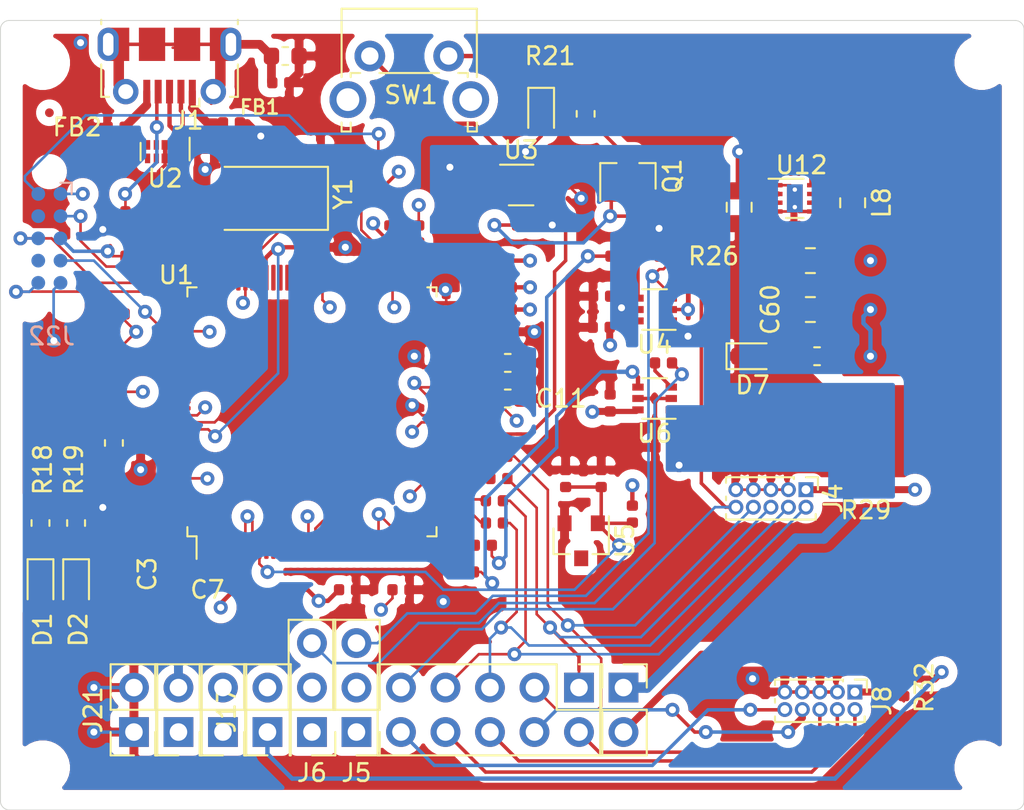
<source format=kicad_pcb>
(kicad_pcb (version 20171130) (host pcbnew 5.1.2-f72e74a~84~ubuntu18.04.1)
  (layers (0 F.Cu mixed) (1 P1.Cu power) (2 G1.Cu power) (31 B.Cu mixed) (34 B.Paste user) (35 F.Paste user) (36 B.SilkS user) (37 F.SilkS user) (38 B.Mask user) (39 F.Mask user) (44 Edge.Cuts user))
  (net 0 "")
  (net 1 GND)
  (net 2 "Net-(C2-Pad1)")
  (net 3 "Net-(FB2-Pad1)")
  (net 4 "Net-(FB1-Pad2)")
  (net 5 "Net-(D3-Pad1)")
  (net 6 "Net-(Q1-Pad3)")
  (net 7 "Net-(C3-Pad2)")
  (net 8 VCC_SENSE)
  (net 9 VCO_LDO_3V3)
  (net 10 "Net-(D1-Pad1)")
  (net 11 "Net-(D2-Pad1)")
  (net 12 VBUS_USB1)
  (net 13 "Net-(D1-Pad2)")
  (net 14 "Net-(D2-Pad2)")
  (net 15 "Net-(R1-Pad1)")
  (net 16 "Net-(R2-Pad1)")
  (net 17 "Net-(R3-Pad1)")
  (net 18 "Net-(R4-Pad1)")
  (net 19 "Net-(R5-Pad1)")
  (net 20 "Net-(R6-Pad1)")
  (net 21 "Net-(R8-Pad1)")
  (net 22 "Net-(C6-Pad2)")
  (net 23 /VCC_LDO_3V3)
  (net 24 "Net-(C13-Pad2)")
  (net 25 "Net-(C18-Pad2)")
  (net 26 /VREFA)
  (net 27 "Net-(R7-Pad1)")
  (net 28 "Net-(R9-Pad1)")
  (net 29 "Net-(R10-Pad1)")
  (net 30 "Net-(R11-Pad1)")
  (net 31 "Net-(R12-Pad1)")
  (net 32 "Net-(R20-Pad2)")
  (net 33 "Net-(R21-Pad1)")
  (net 34 "Net-(R23-Pad2)")
  (net 35 "Net-(R28-Pad1)")
  (net 36 "Net-(D7-Pad2)")
  (net 37 "Net-(J4-Pad1)")
  (net 38 "Net-(J8-Pad1)")
  (net 39 "Net-(L8-Pad1)")
  (net 40 /XDS_UART_RX)
  (net 41 "Net-(R27-Pad1)")
  (net 42 "Net-(R31-Pad1)")
  (net 43 "Net-(R146-Pad1)")
  (net 44 "Net-(J6-Pad3)")
  (net 45 /VCC_BRD)
  (net 46 "Net-(C1-Pad2)")
  (net 47 "Net-(J1-Pad3)")
  (net 48 "Net-(J1-Pad2)")
  (net 49 sw1)
  (net 50 XDSET_DP)
  (net 51 XDSET_DM)
  (net 52 XDS_JTAG_TMS)
  (net 53 XDS_JTAG_nRESET)
  (net 54 XDS_JTAG_TCK)
  (net 55 XDS_JTAG_TDI)
  (net 56 XDS_JTAG_TDO)
  (net 57 "Net-(J5-Pad3)")
  (net 58 /ITCK)
  (net 59 /P16_JTAG_TDI)
  (net 60 /P17_JTAG_TDO)
  (net 61 /P19_JTAG_TCK)
  (net 62 /P20_JTAG_TMS)
  (net 63 /XDS_UART_TX)
  (net 64 /IRSTN)
  (net 65 /ITMS)
  (net 66 /ITDI)
  (net 67 /ITDO)
  (net 68 /CC_nRESET)
  (module Fiducial:Fiducial_0.5mm_Mask1mm (layer F.Cu) (at 114.554 71.8185)
    (fp_text reference FID3 hide)
    (fp_text value Fiducial hide)
    (pad "" smd circle (at 0 0) (size 0.5 0.5) (layers F.Cu F.Mask) (clearance 0.25))
  )
  (module Fiducial:Fiducial_0.5mm_Mask1mm (layer F.Cu) (at 167.767 105.8545)
    (fp_text reference FID2 hide)
    (fp_text value Fiducial hide)
    (pad "" smd circle (at 0 0) (size 0.5 0.5) (layers F.Cu F.Mask) (clearance 0.25))
  )
  (module Fiducial:Fiducial_0.5mm_Mask1mm (layer F.Cu) (at 167.767 72.263)
    (fp_text reference FID1 hide)
    (fp_text value Fiducial hide)
    (pad "" smd circle (at 0 0) (size 0.5 0.5) (layers F.Cu F.Mask) (clearance 0.25))
  )
  (module Resistor_SMD:R_0402_1005Metric (layer F.Cu) (at 163.322 104.648 270)
    (fp_text reference R32 (at 0 -1.17 90) (layer F.SilkS))
    (fp_text value 1k)
    (pad 2 smd roundrect (at 0.485 0 270) (size 0.59 0.64) (layers F.Cu F.Paste F.Mask) (net 38 "Net-(J8-Pad1)"))
    (pad 1 smd roundrect (at -0.485 0 270) (size 0.59 0.64) (layers F.Cu F.Paste F.Mask) (net 45 /VCC_BRD))
  )
  (module Resistor_SMD:R_0402_1005Metric (layer F.Cu) (at 161.163 93.345 180)
    (fp_text reference R29 (at 0 -1.17) (layer F.SilkS))
    (fp_text value 1k)
    (pad 2 smd roundrect (at 0.485 0 180) (size 0.59 0.64) (layers F.Cu F.Paste F.Mask) (net 37 "Net-(J4-Pad1)"))
    (pad 1 smd roundrect (at -0.485 0 180) (size 0.59 0.64) (layers F.Cu F.Paste F.Mask) (net 23 /VCC_LDO_3V3))
  )
  (module MountingHole:MountingHole_2.1mm (layer F.Cu) (at 114.173 109.22)
    (fp_text reference REF** hide)
    (fp_text value MountingHole_2.1mm hide)
    (pad "" np_thru_hole circle (at 0 0) (size 2.1 2.1) (drill 2.1) (layers *.Cu *.Mask))
  )
  (module MountingHole:MountingHole_2.1mm (layer F.Cu) (at 167.767 109.22 90)
    (fp_text reference REF** hide)
    (fp_text value MountingHole_2.1mm hide)
    (pad "" np_thru_hole circle (at 0 0 90) (size 2.1 2.1) (drill 2.1) (layers *.Cu *.Mask))
  )
  (module MountingHole:MountingHole_2.1mm (layer F.Cu) (at 167.767 68.961 90)
    (fp_text reference REF** hide)
    (fp_text value MountingHole_2.1mm hide)
    (pad "" np_thru_hole circle (at 0 0 90) (size 2.1 2.1) (drill 2.1) (layers *.Cu *.Mask))
  )
  (module MountingHole:MountingHole_2.1mm (layer F.Cu) (at 114.173 68.961 270)
    (fp_text reference REF** hide)
    (fp_text value MountingHole_2.1mm hide)
    (pad "" np_thru_hole circle (at 0 0 270) (size 2.1 2.1) (drill 2.1) (layers *.Cu *.Mask))
  )
  (module Connector_PinHeader_2.54mm:PinHeader_2x01_P2.54mm_Vertical (layer F.Cu) (at 119.38 107.188 90)
    (fp_text reference J21 (at 1.27 -2.33 90) (layer F.SilkS))
    (fp_text value Conn_01x02)
    (pad 2 thru_hole oval (at 2.54 0 90) (size 1.7 1.7) (drill 1) (layers *.Cu *.Mask) (net 1 GND))
    (pad 1 thru_hole rect (at 0 0 90) (size 1.7 1.7) (drill 1) (layers *.Cu *.Mask) (net 1 GND))
  )
  (module Capacitor_SMD:C_0402_1005Metric (layer F.Cu) (at 117.983 87.757 180)
    (fp_text reference C10 hide)
    (fp_text value 0.1u hide)
    (pad 2 smd roundrect (at 0.485 0 180) (size 0.59 0.64) (layers F.Cu F.Paste F.Mask) (net 1 GND))
    (pad 1 smd roundrect (at -0.485 0 180) (size 0.59 0.64) (layers F.Cu F.Paste F.Mask) (net 23 /VCC_LDO_3V3))
  )
  (module Capacitor_SMD:C_0603_1608Metric (layer F.Cu) (at 118.237 90.678 90)
    (fp_text reference C18 hide)
    (fp_text value 2.2u hide)
    (pad 2 smd roundrect (at 0.7875 0 90) (size 0.875 0.95) (layers F.Cu F.Paste F.Mask) (net 25 "Net-(C18-Pad2)"))
    (pad 1 smd roundrect (at -0.7875 0 90) (size 0.875 0.95) (layers F.Cu F.Paste F.Mask) (net 1 GND))
  )
  (module Connector_USB:USB_Micro-B_Molex-105017-0001 (layer F.Cu) (at 121.412 69.1495 180)
    (fp_text reference J1 (at -1.0795 -3.1135) (layer F.SilkS))
    (fp_text value USB_B_Micro hide)
    (pad 6 smd rect (at -2.9 1.2375 180) (size 1.2 1.9) (layers F.Cu F.Mask) (net 2 "Net-(C2-Pad1)"))
    (pad 6 smd rect (at 2.9 1.2375 180) (size 1.2 1.9) (layers F.Cu F.Mask) (net 2 "Net-(C2-Pad1)"))
    (pad 6 thru_hole oval (at 3.5 1.2375 180) (size 1.2 1.9) (drill oval 0.6 1.3) (layers *.Cu *.Mask) (net 2 "Net-(C2-Pad1)"))
    (pad 6 thru_hole oval (at -3.5 1.2375) (size 1.2 1.9) (drill oval 0.6 1.3) (layers *.Cu *.Mask) (net 2 "Net-(C2-Pad1)"))
    (pad 6 smd rect (at -1 1.2375 180) (size 1.5 1.9) (layers F.Cu F.Paste F.Mask) (net 2 "Net-(C2-Pad1)"))
    (pad 6 thru_hole circle (at 2.5 -1.4625 180) (size 1.45 1.45) (drill 0.85) (layers *.Cu *.Mask) (net 2 "Net-(C2-Pad1)"))
    (pad 3 smd rect (at 0 -1.4625 180) (size 0.4 1.35) (layers F.Cu F.Paste F.Mask) (net 47 "Net-(J1-Pad3)"))
    (pad 4 smd rect (at 0.65 -1.4625 180) (size 0.4 1.35) (layers F.Cu F.Paste F.Mask))
    (pad 5 smd rect (at 1.3 -1.4625 180) (size 0.4 1.35) (layers F.Cu F.Paste F.Mask) (net 3 "Net-(FB2-Pad1)"))
    (pad 1 smd rect (at -1.3 -1.4625 180) (size 0.4 1.35) (layers F.Cu F.Paste F.Mask) (net 4 "Net-(FB1-Pad2)"))
    (pad 2 smd rect (at -0.65 -1.4625 180) (size 0.4 1.35) (layers F.Cu F.Paste F.Mask) (net 48 "Net-(J1-Pad2)"))
    (pad 6 thru_hole circle (at -2.5 -1.4625 180) (size 1.45 1.45) (drill 0.85) (layers *.Cu *.Mask) (net 2 "Net-(C2-Pad1)"))
    (pad 6 smd rect (at 1 1.2375 180) (size 1.5 1.9) (layers F.Cu F.Paste F.Mask) (net 2 "Net-(C2-Pad1)"))
  )
  (module Connector_PinHeader_1.00mm:PinHeader_2x05_P1.00mm_Vertical (layer F.Cu) (at 160.528 104.902 270)
    (fp_text reference J8 (at 0.5 -1.56 90) (layer F.SilkS))
    (fp_text value Conn_02x05_Odd_Even hide)
    (pad 10 thru_hole oval (at 1 4 270) (size 0.85 0.85) (drill 0.5) (layers *.Cu *.Mask) (net 68 /CC_nRESET))
    (pad 9 thru_hole oval (at 0 4 270) (size 0.85 0.85) (drill 0.5) (layers *.Cu *.Mask) (net 1 GND))
    (pad 8 thru_hole oval (at 1 3 270) (size 0.85 0.85) (drill 0.5) (layers *.Cu *.Mask) (net 59 /P16_JTAG_TDI))
    (pad 7 thru_hole oval (at 0 3 270) (size 0.85 0.85) (drill 0.5) (layers *.Cu *.Mask) (net 1 GND))
    (pad 6 thru_hole oval (at 1 2 270) (size 0.85 0.85) (drill 0.5) (layers *.Cu *.Mask) (net 60 /P17_JTAG_TDO))
    (pad 5 thru_hole oval (at 0 2 270) (size 0.85 0.85) (drill 0.5) (layers *.Cu *.Mask) (net 1 GND))
    (pad 4 thru_hole oval (at 1 1 270) (size 0.85 0.85) (drill 0.5) (layers *.Cu *.Mask) (net 61 /P19_JTAG_TCK))
    (pad 3 thru_hole oval (at 0 1 270) (size 0.85 0.85) (drill 0.5) (layers *.Cu *.Mask) (net 1 GND))
    (pad 2 thru_hole oval (at 1 0 270) (size 0.85 0.85) (drill 0.5) (layers *.Cu *.Mask) (net 62 /P20_JTAG_TMS))
    (pad 1 thru_hole rect (at 0 0 270) (size 0.85 0.85) (drill 0.5) (layers *.Cu *.Mask) (net 38 "Net-(J8-Pad1)"))
  )
  (module Connector_PinHeader_1.00mm:PinHeader_2x05_P1.00mm_Vertical (layer F.Cu) (at 157.734 93.345 270)
    (fp_text reference J4 (at 0.5 -1.56 90) (layer F.SilkS))
    (fp_text value Conn_02x05_Odd_Even hide)
    (pad 1 thru_hole rect (at 0 0 270) (size 0.85 0.85) (drill 0.5) (layers *.Cu *.Mask) (net 37 "Net-(J4-Pad1)"))
    (pad 2 thru_hole oval (at 1 0 270) (size 0.85 0.85) (drill 0.5) (layers *.Cu *.Mask) (net 52 XDS_JTAG_TMS))
    (pad 3 thru_hole oval (at 0 1 270) (size 0.85 0.85) (drill 0.5) (layers *.Cu *.Mask) (net 1 GND))
    (pad 4 thru_hole oval (at 1 1 270) (size 0.85 0.85) (drill 0.5) (layers *.Cu *.Mask) (net 54 XDS_JTAG_TCK))
    (pad 5 thru_hole oval (at 0 2 270) (size 0.85 0.85) (drill 0.5) (layers *.Cu *.Mask) (net 1 GND))
    (pad 6 thru_hole oval (at 1 2 270) (size 0.85 0.85) (drill 0.5) (layers *.Cu *.Mask) (net 56 XDS_JTAG_TDO))
    (pad 7 thru_hole oval (at 0 3 270) (size 0.85 0.85) (drill 0.5) (layers *.Cu *.Mask) (net 1 GND))
    (pad 8 thru_hole oval (at 1 3 270) (size 0.85 0.85) (drill 0.5) (layers *.Cu *.Mask) (net 55 XDS_JTAG_TDI))
    (pad 9 thru_hole oval (at 0 4 270) (size 0.85 0.85) (drill 0.5) (layers *.Cu *.Mask) (net 1 GND))
    (pad 10 thru_hole oval (at 1 4 270) (size 0.85 0.85) (drill 0.5) (layers *.Cu *.Mask) (net 53 XDS_JTAG_nRESET))
  )
  (module pwrcon:Tag-Connect_TC2050-IDC-NL_2x05_P1.27mm_Vertical (layer B.Cu) (at 114.554 78.994 270)
    (fp_text reference J22 (at 5.588 -0.127) (layer B.SilkS) (effects (justify mirror)))
    (fp_text value Conn_02x05_Odd_Even hide)
    (pad "" np_thru_hole circle (at 3.81 1.016 270) (size 0.9906 0.9906) (drill 0.9906) (layers *.Cu *.Mask))
    (pad "" np_thru_hole circle (at 3.81 -1.016 270) (size 0.9906 0.9906) (drill 0.9906) (layers *.Cu *.Mask))
    (pad "" np_thru_hole circle (at -3.81 0 270) (size 0.9906 0.9906) (drill 0.9906) (layers *.Cu *.Mask))
    (pad 1 smd circle (at -2.54 -0.635 270) (size 0.7874 0.7874) (layers B.Cu B.Paste B.Mask))
    (pad 3 smd circle (at -1.27 -0.635 270) (size 0.7874 0.7874) (layers B.Cu B.Paste B.Mask) (net 65 /ITMS))
    (pad 5 smd circle (at 0 -0.635 270) (size 0.7874 0.7874) (layers B.Cu B.Paste B.Mask) (net 1 GND))
    (pad 7 smd circle (at 1.27 -0.635 270) (size 0.7874 0.7874) (layers B.Cu B.Paste B.Mask) (net 58 /ITCK))
    (pad 9 smd circle (at 2.54 -0.635 270) (size 0.7874 0.7874) (layers B.Cu B.Paste B.Mask) (net 1 GND))
    (pad 10 smd circle (at 2.54 0.635 270) (size 0.7874 0.7874) (layers B.Cu B.Paste B.Mask) (net 67 /ITDO))
    (pad 8 smd circle (at 1.27 0.635 270) (size 0.7874 0.7874) (layers B.Cu B.Paste B.Mask))
    (pad 6 smd circle (at 0 0.635 270) (size 0.7874 0.7874) (layers B.Cu B.Paste B.Mask) (net 66 /ITDI))
    (pad 4 smd circle (at -1.27 0.635 270) (size 0.7874 0.7874) (layers B.Cu B.Paste B.Mask))
    (pad 2 smd circle (at -2.54 0.635 270) (size 0.7874 0.7874) (layers B.Cu B.Paste B.Mask) (net 64 /IRSTN))
  )
  (module Package_QFP:LQFP-128_14x14mm_P0.4mm (layer F.Cu) (at 129.54 88.9 90)
    (fp_text reference U1 (at 7.8105 -7.747 180) (layer F.SilkS))
    (fp_text value TM4C1294NCPDTI3R hide)
    (pad 128 smd roundrect (at -6.2 -7.6625 90) (size 0.25 1.475) (layers F.Cu F.Paste F.Mask))
    (pad 127 smd roundrect (at -5.8 -7.6625 90) (size 0.25 1.475) (layers F.Cu F.Paste F.Mask))
    (pad 126 smd roundrect (at -5.4 -7.6625 90) (size 0.25 1.475) (layers F.Cu F.Paste F.Mask))
    (pad 125 smd roundrect (at -5 -7.6625 90) (size 0.25 1.475) (layers F.Cu F.Paste F.Mask))
    (pad 124 smd roundrect (at -4.6 -7.6625 90) (size 0.25 1.475) (layers F.Cu F.Paste F.Mask))
    (pad 123 smd roundrect (at -4.2 -7.6625 90) (size 0.25 1.475) (layers F.Cu F.Paste F.Mask))
    (pad 122 smd roundrect (at -3.8 -7.6625 90) (size 0.25 1.475) (layers F.Cu F.Paste F.Mask) (net 23 /VCC_LDO_3V3))
    (pad 121 smd roundrect (at -3.4 -7.6625 90) (size 0.25 1.475) (layers F.Cu F.Paste F.Mask))
    (pad 120 smd roundrect (at -3 -7.6625 90) (size 0.25 1.475) (layers F.Cu F.Paste F.Mask))
    (pad 119 smd roundrect (at -2.6 -7.6625 90) (size 0.25 1.475) (layers F.Cu F.Paste F.Mask))
    (pad 118 smd roundrect (at -2.2 -7.6625 90) (size 0.25 1.475) (layers F.Cu F.Paste F.Mask))
    (pad 117 smd roundrect (at -1.8 -7.6625 90) (size 0.25 1.475) (layers F.Cu F.Paste F.Mask))
    (pad 116 smd roundrect (at -1.4 -7.6625 90) (size 0.25 1.475) (layers F.Cu F.Paste F.Mask))
    (pad 115 smd roundrect (at -1 -7.6625 90) (size 0.25 1.475) (layers F.Cu F.Paste F.Mask) (net 25 "Net-(C18-Pad2)"))
    (pad 114 smd roundrect (at -0.6 -7.6625 90) (size 0.25 1.475) (layers F.Cu F.Paste F.Mask) (net 1 GND))
    (pad 113 smd roundrect (at -0.2 -7.6625 90) (size 0.25 1.475) (layers F.Cu F.Paste F.Mask) (net 23 /VCC_LDO_3V3))
    (pad 112 smd roundrect (at 0.2 -7.6625 90) (size 0.25 1.475) (layers F.Cu F.Paste F.Mask))
    (pad 111 smd roundrect (at 0.6 -7.6625 90) (size 0.25 1.475) (layers F.Cu F.Paste F.Mask))
    (pad 110 smd roundrect (at 1 -7.6625 90) (size 0.25 1.475) (layers F.Cu F.Paste F.Mask))
    (pad 109 smd roundrect (at 1.4 -7.6625 90) (size 0.25 1.475) (layers F.Cu F.Paste F.Mask))
    (pad 108 smd roundrect (at 1.8 -7.6625 90) (size 0.25 1.475) (layers F.Cu F.Paste F.Mask))
    (pad 107 smd roundrect (at 2.2 -7.6625 90) (size 0.25 1.475) (layers F.Cu F.Paste F.Mask))
    (pad 106 smd roundrect (at 2.6 -7.6625 90) (size 0.25 1.475) (layers F.Cu F.Paste F.Mask))
    (pad 105 smd roundrect (at 3 -7.6625 90) (size 0.25 1.475) (layers F.Cu F.Paste F.Mask))
    (pad 104 smd roundrect (at 3.4 -7.6625 90) (size 0.25 1.475) (layers F.Cu F.Paste F.Mask))
    (pad 103 smd roundrect (at 3.8 -7.6625 90) (size 0.25 1.475) (layers F.Cu F.Paste F.Mask))
    (pad 102 smd roundrect (at 4.2 -7.6625 90) (size 0.25 1.475) (layers F.Cu F.Paste F.Mask))
    (pad 101 smd roundrect (at 4.6 -7.6625 90) (size 0.25 1.475) (layers F.Cu F.Paste F.Mask) (net 23 /VCC_LDO_3V3))
    (pad 100 smd roundrect (at 5 -7.6625 90) (size 0.25 1.475) (layers F.Cu F.Paste F.Mask) (net 58 /ITCK))
    (pad 99 smd roundrect (at 5.4 -7.6625 90) (size 0.25 1.475) (layers F.Cu F.Paste F.Mask) (net 65 /ITMS))
    (pad 98 smd roundrect (at 5.8 -7.6625 90) (size 0.25 1.475) (layers F.Cu F.Paste F.Mask) (net 66 /ITDI))
    (pad 97 smd roundrect (at 6.2 -7.6625 90) (size 0.25 1.475) (layers F.Cu F.Paste F.Mask) (net 67 /ITDO))
    (pad 96 smd roundrect (at 7.6625 -6.2 90) (size 1.475 0.25) (layers F.Cu F.Paste F.Mask) (net 46 "Net-(C1-Pad2)"))
    (pad 95 smd roundrect (at 7.6625 -5.8 90) (size 1.475 0.25) (layers F.Cu F.Paste F.Mask) (net 31 "Net-(R12-Pad1)"))
    (pad 94 smd roundrect (at 7.6625 -5.4 90) (size 1.475 0.25) (layers F.Cu F.Paste F.Mask) (net 50 XDSET_DP))
    (pad 93 smd roundrect (at 7.6625 -5 90) (size 1.475 0.25) (layers F.Cu F.Paste F.Mask) (net 51 XDSET_DM))
    (pad 92 smd roundrect (at 7.6625 -4.6 90) (size 1.475 0.25) (layers F.Cu F.Paste F.Mask))
    (pad 91 smd roundrect (at 7.6625 -4.2 90) (size 1.475 0.25) (layers F.Cu F.Paste F.Mask))
    (pad 90 smd roundrect (at 7.6625 -3.8 90) (size 1.475 0.25) (layers F.Cu F.Paste F.Mask) (net 23 /VCC_LDO_3V3))
    (pad 89 smd roundrect (at 7.6625 -3.4 90) (size 1.475 0.25) (layers F.Cu F.Paste F.Mask) (net 24 "Net-(C13-Pad2)"))
    (pad 88 smd roundrect (at 7.6625 -3 90) (size 1.475 0.25) (layers F.Cu F.Paste F.Mask) (net 22 "Net-(C6-Pad2)"))
    (pad 87 smd roundrect (at 7.6625 -2.6 90) (size 1.475 0.25) (layers F.Cu F.Paste F.Mask) (net 25 "Net-(C18-Pad2)"))
    (pad 86 smd roundrect (at 7.6625 -2.2 90) (size 1.475 0.25) (layers F.Cu F.Paste F.Mask))
    (pad 85 smd roundrect (at 7.6625 -1.8 90) (size 1.475 0.25) (layers F.Cu F.Paste F.Mask))
    (pad 84 smd roundrect (at 7.6625 -1.4 90) (size 1.475 0.25) (layers F.Cu F.Paste F.Mask))
    (pad 83 smd roundrect (at 7.6625 -1 90) (size 1.475 0.25) (layers F.Cu F.Paste F.Mask))
    (pad 82 smd roundrect (at 7.6625 -0.6 90) (size 1.475 0.25) (layers F.Cu F.Paste F.Mask))
    (pad 81 smd roundrect (at 7.6625 -0.2 90) (size 1.475 0.25) (layers F.Cu F.Paste F.Mask))
    (pad 80 smd roundrect (at 7.6625 0.2 90) (size 1.475 0.25) (layers F.Cu F.Paste F.Mask) (net 1 GND))
    (pad 79 smd roundrect (at 7.6625 0.6 90) (size 1.475 0.25) (layers F.Cu F.Paste F.Mask) (net 23 /VCC_LDO_3V3))
    (pad 78 smd roundrect (at 7.6625 1 90) (size 1.475 0.25) (layers F.Cu F.Paste F.Mask))
    (pad 77 smd roundrect (at 7.6625 1.4 90) (size 1.475 0.25) (layers F.Cu F.Paste F.Mask))
    (pad 76 smd roundrect (at 7.6625 1.8 90) (size 1.475 0.25) (layers F.Cu F.Paste F.Mask))
    (pad 75 smd roundrect (at 7.6625 2.2 90) (size 1.475 0.25) (layers F.Cu F.Paste F.Mask))
    (pad 74 smd roundrect (at 7.6625 2.6 90) (size 1.475 0.25) (layers F.Cu F.Paste F.Mask))
    (pad 73 smd roundrect (at 7.6625 3 90) (size 1.475 0.25) (layers F.Cu F.Paste F.Mask))
    (pad 72 smd roundrect (at 7.6625 3.4 90) (size 1.475 0.25) (layers F.Cu F.Paste F.Mask))
    (pad 71 smd roundrect (at 7.6625 3.8 90) (size 1.475 0.25) (layers F.Cu F.Paste F.Mask))
    (pad 70 smd roundrect (at 7.6625 4.2 90) (size 1.475 0.25) (layers F.Cu F.Paste F.Mask) (net 32 "Net-(R20-Pad2)"))
    (pad 69 smd roundrect (at 7.6625 4.6 90) (size 1.475 0.25) (layers F.Cu F.Paste F.Mask) (net 23 /VCC_LDO_3V3))
    (pad 68 smd roundrect (at 7.6625 5 90) (size 1.475 0.25) (layers F.Cu F.Paste F.Mask) (net 35 "Net-(R28-Pad1)"))
    (pad 67 smd roundrect (at 7.6625 5.4 90) (size 1.475 0.25) (layers F.Cu F.Paste F.Mask))
    (pad 66 smd roundrect (at 7.6625 5.8 90) (size 1.475 0.25) (layers F.Cu F.Paste F.Mask) (net 1 GND))
    (pad 65 smd roundrect (at 7.6625 6.2 90) (size 1.475 0.25) (layers F.Cu F.Paste F.Mask))
    (pad 64 smd roundrect (at 6.2 7.6625 90) (size 0.25 1.475) (layers F.Cu F.Paste F.Mask) (net 1 GND))
    (pad 63 smd roundrect (at 5.8 7.6625 90) (size 0.25 1.475) (layers F.Cu F.Paste F.Mask) (net 27 "Net-(R7-Pad1)"))
    (pad 62 smd roundrect (at 5.4 7.6625 90) (size 0.25 1.475) (layers F.Cu F.Paste F.Mask) (net 28 "Net-(R9-Pad1)"))
    (pad 61 smd roundrect (at 5 7.6625 90) (size 0.25 1.475) (layers F.Cu F.Paste F.Mask) (net 29 "Net-(R10-Pad1)"))
    (pad 60 smd roundrect (at 4.6 7.6625 90) (size 0.25 1.475) (layers F.Cu F.Paste F.Mask) (net 30 "Net-(R11-Pad1)"))
    (pad 59 smd roundrect (at 4.2 7.6625 90) (size 0.25 1.475) (layers F.Cu F.Paste F.Mask) (net 34 "Net-(R23-Pad2)"))
    (pad 58 smd roundrect (at 3.8 7.6625 90) (size 0.25 1.475) (layers F.Cu F.Paste F.Mask) (net 1 GND))
    (pad 57 smd roundrect (at 3.4 7.6625 90) (size 0.25 1.475) (layers F.Cu F.Paste F.Mask))
    (pad 56 smd roundrect (at 3 7.6625 90) (size 0.25 1.475) (layers F.Cu F.Paste F.Mask))
    (pad 55 smd roundrect (at 2.6 7.6625 90) (size 0.25 1.475) (layers F.Cu F.Paste F.Mask) (net 1 GND))
    (pad 54 smd roundrect (at 2.2 7.6625 90) (size 0.25 1.475) (layers F.Cu F.Paste F.Mask))
    (pad 53 smd roundrect (at 1.8 7.6625 90) (size 0.25 1.475) (layers F.Cu F.Paste F.Mask))
    (pad 52 smd roundrect (at 1.4 7.6625 90) (size 0.25 1.475) (layers F.Cu F.Paste F.Mask) (net 23 /VCC_LDO_3V3))
    (pad 51 smd roundrect (at 1 7.6625 90) (size 0.25 1.475) (layers F.Cu F.Paste F.Mask) (net 23 /VCC_LDO_3V3))
    (pad 50 smd roundrect (at 0.6 7.6625 90) (size 0.25 1.475) (layers F.Cu F.Paste F.Mask))
    (pad 49 smd roundrect (at 0.2 7.6625 90) (size 0.25 1.475) (layers F.Cu F.Paste F.Mask))
    (pad 48 smd roundrect (at -0.2 7.6625 90) (size 0.25 1.475) (layers F.Cu F.Paste F.Mask) (net 1 GND))
    (pad 47 smd roundrect (at -0.6 7.6625 90) (size 0.25 1.475) (layers F.Cu F.Paste F.Mask) (net 23 /VCC_LDO_3V3))
    (pad 46 smd roundrect (at -1 7.6625 90) (size 0.25 1.475) (layers F.Cu F.Paste F.Mask))
    (pad 45 smd roundrect (at -1.4 7.6625 90) (size 0.25 1.475) (layers F.Cu F.Paste F.Mask))
    (pad 44 smd roundrect (at -1.8 7.6625 90) (size 0.25 1.475) (layers F.Cu F.Paste F.Mask))
    (pad 43 smd roundrect (at -2.2 7.6625 90) (size 0.25 1.475) (layers F.Cu F.Paste F.Mask))
    (pad 42 smd roundrect (at -2.6 7.6625 90) (size 0.25 1.475) (layers F.Cu F.Paste F.Mask))
    (pad 41 smd roundrect (at -3 7.6625 90) (size 0.25 1.475) (layers F.Cu F.Paste F.Mask))
    (pad 40 smd roundrect (at -3.4 7.6625 90) (size 0.25 1.475) (layers F.Cu F.Paste F.Mask) (net 21 "Net-(R8-Pad1)"))
    (pad 39 smd roundrect (at -3.8 7.6625 90) (size 0.25 1.475) (layers F.Cu F.Paste F.Mask) (net 23 /VCC_LDO_3V3))
    (pad 38 smd roundrect (at -4.2 7.6625 90) (size 0.25 1.475) (layers F.Cu F.Paste F.Mask) (net 20 "Net-(R6-Pad1)"))
    (pad 37 smd roundrect (at -4.6 7.6625 90) (size 0.25 1.475) (layers F.Cu F.Paste F.Mask) (net 19 "Net-(R5-Pad1)"))
    (pad 36 smd roundrect (at -5 7.6625 90) (size 0.25 1.475) (layers F.Cu F.Paste F.Mask) (net 18 "Net-(R4-Pad1)"))
    (pad 35 smd roundrect (at -5.4 7.6625 90) (size 0.25 1.475) (layers F.Cu F.Paste F.Mask) (net 17 "Net-(R3-Pad1)"))
    (pad 34 smd roundrect (at -5.8 7.6625 90) (size 0.25 1.475) (layers F.Cu F.Paste F.Mask) (net 16 "Net-(R2-Pad1)"))
    (pad 33 smd roundrect (at -6.2 7.6625 90) (size 0.25 1.475) (layers F.Cu F.Paste F.Mask) (net 15 "Net-(R1-Pad1)"))
    (pad 32 smd roundrect (at -7.6625 6.2 90) (size 1.475 0.25) (layers F.Cu F.Paste F.Mask))
    (pad 31 smd roundrect (at -7.6625 5.8 90) (size 1.475 0.25) (layers F.Cu F.Paste F.Mask))
    (pad 30 smd roundrect (at -7.6625 5.4 90) (size 1.475 0.25) (layers F.Cu F.Paste F.Mask))
    (pad 29 smd roundrect (at -7.6625 5 90) (size 1.475 0.25) (layers F.Cu F.Paste F.Mask))
    (pad 28 smd roundrect (at -7.6625 4.6 90) (size 1.475 0.25) (layers F.Cu F.Paste F.Mask) (net 23 /VCC_LDO_3V3))
    (pad 27 smd roundrect (at -7.6625 4.2 90) (size 1.475 0.25) (layers F.Cu F.Paste F.Mask))
    (pad 26 smd roundrect (at -7.6625 3.8 90) (size 1.475 0.25) (layers F.Cu F.Paste F.Mask) (net 23 /VCC_LDO_3V3))
    (pad 25 smd roundrect (at -7.6625 3.4 90) (size 1.475 0.25) (layers F.Cu F.Paste F.Mask))
    (pad 24 smd roundrect (at -7.6625 3 90) (size 1.475 0.25) (layers F.Cu F.Paste F.Mask))
    (pad 23 smd roundrect (at -7.6625 2.6 90) (size 1.475 0.25) (layers F.Cu F.Paste F.Mask))
    (pad 22 smd roundrect (at -7.6625 2.2 90) (size 1.475 0.25) (layers F.Cu F.Paste F.Mask))
    (pad 21 smd roundrect (at -7.6625 1.8 90) (size 1.475 0.25) (layers F.Cu F.Paste F.Mask))
    (pad 20 smd roundrect (at -7.6625 1.4 90) (size 1.475 0.25) (layers F.Cu F.Paste F.Mask))
    (pad 19 smd roundrect (at -7.6625 1 90) (size 1.475 0.25) (layers F.Cu F.Paste F.Mask))
    (pad 18 smd roundrect (at -7.6625 0.6 90) (size 1.475 0.25) (layers F.Cu F.Paste F.Mask))
    (pad 17 smd roundrect (at -7.6625 0.2 90) (size 1.475 0.25) (layers F.Cu F.Paste F.Mask))
    (pad 16 smd roundrect (at -7.6625 -0.2 90) (size 1.475 0.25) (layers F.Cu F.Paste F.Mask) (net 23 /VCC_LDO_3V3))
    (pad 15 smd roundrect (at -7.6625 -0.6 90) (size 1.475 0.25) (layers F.Cu F.Paste F.Mask))
    (pad 14 smd roundrect (at -7.6625 -1 90) (size 1.475 0.25) (layers F.Cu F.Paste F.Mask))
    (pad 13 smd roundrect (at -7.6625 -1.4 90) (size 1.475 0.25) (layers F.Cu F.Paste F.Mask))
    (pad 12 smd roundrect (at -7.6625 -1.8 90) (size 1.475 0.25) (layers F.Cu F.Paste F.Mask))
    (pad 11 smd roundrect (at -7.6625 -2.2 90) (size 1.475 0.25) (layers F.Cu F.Paste F.Mask))
    (pad 10 smd roundrect (at -7.6625 -2.6 90) (size 1.475 0.25) (layers F.Cu F.Paste F.Mask))
    (pad 9 smd roundrect (at -7.6625 -3 90) (size 1.475 0.25) (layers F.Cu F.Paste F.Mask) (net 26 /VREFA))
    (pad 8 smd roundrect (at -7.6625 -3.4 90) (size 1.475 0.25) (layers F.Cu F.Paste F.Mask) (net 23 /VCC_LDO_3V3))
    (pad 7 smd roundrect (at -7.6625 -3.8 90) (size 1.475 0.25) (layers F.Cu F.Paste F.Mask) (net 23 /VCC_LDO_3V3))
    (pad 6 smd roundrect (at -7.6625 -4.2 90) (size 1.475 0.25) (layers F.Cu F.Paste F.Mask))
    (pad 5 smd roundrect (at -7.6625 -4.6 90) (size 1.475 0.25) (layers F.Cu F.Paste F.Mask))
    (pad 4 smd roundrect (at -7.6625 -5 90) (size 1.475 0.25) (layers F.Cu F.Paste F.Mask) (net 13 "Net-(D1-Pad2)"))
    (pad 3 smd roundrect (at -7.6625 -5.4 90) (size 1.475 0.25) (layers F.Cu F.Paste F.Mask) (net 14 "Net-(D2-Pad2)"))
    (pad 2 smd roundrect (at -7.6625 -5.8 90) (size 1.475 0.25) (layers F.Cu F.Paste F.Mask))
    (pad 1 smd roundrect (at -7.6625 -6.2 90) (size 1.475 0.25) (layers F.Cu F.Paste F.Mask) (net 7 "Net-(C3-Pad2)"))
  )
  (module Resistor_SMD:R_0402_1005Metric (layer F.Cu) (at 119.403 78.74 180)
    (fp_text reference R13 hide)
    (fp_text value 100 hide)
    (pad 2 smd roundrect (at 0.485 0 180) (size 0.59 0.64) (layers F.Cu F.Paste F.Mask) (net 12 VBUS_USB1))
    (pad 1 smd roundrect (at -0.485 0 180) (size 0.59 0.64) (layers F.Cu F.Paste F.Mask) (net 46 "Net-(C1-Pad2)"))
  )
  (module Connector_PinHeader_2.54mm:PinHeader_2x05_P2.54mm_Vertical (layer F.Cu) (at 144.78 104.648 270)
    (fp_text reference J3 hide)
    (fp_text value Conn_02x05_Odd_Even hide)
    (pad 10 thru_hole oval (at 2.54 10.16 270) (size 1.7 1.7) (drill 1) (layers *.Cu *.Mask) (net 68 /CC_nRESET))
    (pad 9 thru_hole oval (at 0 10.16 270) (size 1.7 1.7) (drill 1) (layers *.Cu *.Mask) (net 53 XDS_JTAG_nRESET))
    (pad 8 thru_hole oval (at 2.54 7.62 270) (size 1.7 1.7) (drill 1) (layers *.Cu *.Mask) (net 62 /P20_JTAG_TMS))
    (pad 7 thru_hole oval (at 0 7.62 270) (size 1.7 1.7) (drill 1) (layers *.Cu *.Mask) (net 52 XDS_JTAG_TMS))
    (pad 6 thru_hole oval (at 2.54 5.08 270) (size 1.7 1.7) (drill 1) (layers *.Cu *.Mask) (net 61 /P19_JTAG_TCK))
    (pad 5 thru_hole oval (at 0 5.08 270) (size 1.7 1.7) (drill 1) (layers *.Cu *.Mask) (net 54 XDS_JTAG_TCK))
    (pad 4 thru_hole oval (at 2.54 2.54 270) (size 1.7 1.7) (drill 1) (layers *.Cu *.Mask) (net 59 /P16_JTAG_TDI))
    (pad 3 thru_hole oval (at 0 2.54 270) (size 1.7 1.7) (drill 1) (layers *.Cu *.Mask) (net 55 XDS_JTAG_TDI))
    (pad 2 thru_hole oval (at 2.54 0 270) (size 1.7 1.7) (drill 1) (layers *.Cu *.Mask) (net 60 /P17_JTAG_TDO))
    (pad 1 thru_hole rect (at 0 0 270) (size 1.7 1.7) (drill 1) (layers *.Cu *.Mask) (net 56 XDS_JTAG_TDO))
  )
  (module Package_SON:USON-10_2.5x1.0mm_P0.5mm (layer F.Cu) (at 121.158 74.041 270)
    (fp_text reference U2 (at 1.524 0 180) (layer F.SilkS))
    (fp_text value TPD4S010DQAR hide)
    (pad 8 smd rect (at 0.385 0 180) (size 0.4 0.55) (layers F.Cu F.Paste F.Mask))
    (pad 10 smd rect (at 0.385 -1 180) (size 0.3 0.55) (layers F.Cu F.Paste F.Mask) (net 51 XDSET_DM))
    (pad 7 smd rect (at 0.385 0.5 180) (size 0.3 0.55) (layers F.Cu F.Paste F.Mask))
    (pad 6 smd rect (at 0.385 1 180) (size 0.3 0.55) (layers F.Cu F.Paste F.Mask))
    (pad 9 smd rect (at 0.385 -0.5 180) (size 0.3 0.55) (layers F.Cu F.Paste F.Mask) (net 50 XDSET_DP))
    (pad 5 smd rect (at -0.385 1 180) (size 0.3 0.55) (layers F.Cu F.Paste F.Mask))
    (pad 4 smd rect (at -0.385 0.5 180) (size 0.3 0.55) (layers F.Cu F.Paste F.Mask))
    (pad 3 smd rect (at -0.385 0 180) (size 0.4 0.55) (layers F.Cu F.Paste F.Mask) (net 1 GND))
    (pad 2 smd rect (at -0.385 -0.5 180) (size 0.3 0.55) (layers F.Cu F.Paste F.Mask) (net 47 "Net-(J1-Pad3)"))
    (pad 1 smd rect (at -0.385 -1 180) (size 0.3 0.55) (layers F.Cu F.Paste F.Mask) (net 48 "Net-(J1-Pad2)"))
  )
  (module Capacitor_SMD:C_0402_1005Metric (layer F.Cu) (at 124.945 72.39 180)
    (fp_text reference FB1 (at -1.6105 0.889) (layer F.SilkS) (effects (font (size 0.8 0.8))))
    (fp_text value 10 hide)
    (pad 2 smd roundrect (at 0.485 0 180) (size 0.59 0.64) (layers F.Cu F.Paste F.Mask) (net 4 "Net-(FB1-Pad2)"))
    (pad 1 smd roundrect (at -0.485 0 180) (size 0.59 0.64) (layers F.Cu F.Paste F.Mask) (net 12 VBUS_USB1))
  )
  (module Capacitor_SMD:C_0603_1608Metric (layer F.Cu) (at 140.716 88.138)
    (fp_text reference C11 (at 3.048 0) (layer F.SilkS))
    (fp_text value 0.1u hide)
    (pad 2 smd roundrect (at 0.7875 0) (size 0.875 0.95) (layers F.Cu F.Paste F.Mask) (net 1 GND))
    (pad 1 smd roundrect (at -0.7875 0) (size 0.875 0.95) (layers F.Cu F.Paste F.Mask) (net 23 /VCC_LDO_3V3))
  )
  (module Capacitor_SMD:C_0402_1005Metric (layer F.Cu) (at 119.38 80.01)
    (fp_text reference C1 hide)
    (fp_text value 0.1u hide)
    (pad 2 smd roundrect (at 0.485 0) (size 0.59 0.64) (layers F.Cu F.Paste F.Mask) (net 46 "Net-(C1-Pad2)"))
    (pad 1 smd roundrect (at -0.485 0) (size 0.59 0.64) (layers F.Cu F.Paste F.Mask) (net 1 GND))
  )
  (module Connector_PinHeader_2.54mm:PinHeader_2x01_P2.54mm_Vertical (layer F.Cu) (at 121.92 107.188 90)
    (fp_text reference J20 hide)
    (fp_text value Conn_01x02 hide)
    (pad 2 thru_hole oval (at 2.54 0 90) (size 1.7 1.7) (drill 1) (layers *.Cu *.Mask) (net 12 VBUS_USB1))
    (pad 1 thru_hole rect (at 0 0 90) (size 1.7 1.7) (drill 1) (layers *.Cu *.Mask))
  )
  (module Connector_PinHeader_2.54mm:PinHeader_2x01_P2.54mm_Vertical (layer F.Cu) (at 124.46 107.188 90)
    (fp_text reference J19 hide)
    (fp_text value Conn_01x02 hide)
    (pad 2 thru_hole oval (at 2.54 0 90) (size 1.7 1.7) (drill 1) (layers *.Cu *.Mask) (net 23 /VCC_LDO_3V3))
    (pad 1 thru_hole rect (at 0 0 90) (size 1.7 1.7) (drill 1) (layers *.Cu *.Mask))
  )
  (module Connector_PinHeader_2.54mm:PinHeader_2x01_P2.54mm_Vertical (layer F.Cu) (at 147.32 104.648 270)
    (fp_text reference J18 hide)
    (fp_text value Conn_01x02 hide)
    (pad 2 thru_hole oval (at 2.54 0 270) (size 1.7 1.7) (drill 1) (layers *.Cu *.Mask) (net 45 /VCC_BRD))
    (pad 1 thru_hole rect (at 0 0 270) (size 1.7 1.7) (drill 1) (layers *.Cu *.Mask) (net 8 VCC_SENSE))
  )
  (module Connector_PinHeader_2.54mm:PinHeader_2x01_P2.54mm_Vertical (layer F.Cu) (at 127 107.188 90)
    (fp_text reference J17 (at 1.27 -2.33 90) (layer F.SilkS))
    (fp_text value Conn_01x02 hide)
    (pad 2 thru_hole oval (at 2.54 0 90) (size 1.7 1.7) (drill 1) (layers *.Cu *.Mask) (net 23 /VCC_LDO_3V3))
    (pad 1 thru_hole rect (at 0 0 90) (size 1.7 1.7) (drill 1) (layers *.Cu *.Mask) (net 45 /VCC_BRD))
  )
  (module Connector_PinHeader_2.54mm:PinHeader_1x03_P2.54mm_Vertical (layer F.Cu) (at 129.54 107.188 180)
    (fp_text reference J6 (at 0 -2.33) (layer F.SilkS))
    (fp_text value Conn_01x03 hide)
    (pad 3 thru_hole oval (at 0 5.08 180) (size 1.7 1.7) (drill 1) (layers *.Cu *.Mask) (net 44 "Net-(J6-Pad3)"))
    (pad 2 thru_hole oval (at 0 2.54 180) (size 1.7 1.7) (drill 1) (layers *.Cu *.Mask))
    (pad 1 thru_hole rect (at 0 0 180) (size 1.7 1.7) (drill 1) (layers *.Cu *.Mask))
  )
  (module Connector_PinHeader_2.54mm:PinHeader_1x03_P2.54mm_Vertical (layer F.Cu) (at 132.08 107.188 180)
    (fp_text reference J5 (at 0 -2.33) (layer F.SilkS))
    (fp_text value Conn_01x03 hide)
    (pad 3 thru_hole oval (at 0 5.08 180) (size 1.7 1.7) (drill 1) (layers *.Cu *.Mask) (net 57 "Net-(J5-Pad3)"))
    (pad 2 thru_hole oval (at 0 2.54 180) (size 1.7 1.7) (drill 1) (layers *.Cu *.Mask))
    (pad 1 thru_hole rect (at 0 0 180) (size 1.7 1.7) (drill 1) (layers *.Cu *.Mask))
  )
  (module Package_SON:WSON-8-1EP_2x2mm_P0.5mm_EP0.9x1.6mm_ThermalVias (layer F.Cu) (at 157.099 76.708)
    (fp_text reference U12 (at 0.38 -1.9) (layer F.SilkS))
    (fp_text value TPS62162DSG hide)
    (pad 9 smd rect (at 0 0) (size 0.9 1.6) (layers B.Cu) (net 1 GND))
    (pad 6 smd rect (at 0.95 0.25) (size 0.5 0.25) (layers F.Cu F.Paste F.Mask) (net 23 /VCC_LDO_3V3))
    (pad 5 smd rect (at 0.95 0.75) (size 0.5 0.25) (layers F.Cu F.Paste F.Mask) (net 1 GND))
    (pad 4 smd rect (at -0.95 0.75) (size 0.5 0.25) (layers F.Cu F.Paste F.Mask) (net 1 GND))
    (pad 2 smd rect (at -0.95 -0.25) (size 0.5 0.25) (layers F.Cu F.Paste F.Mask) (net 12 VBUS_USB1))
    (pad 1 smd rect (at -0.95 -0.75) (size 0.5 0.25) (layers F.Cu F.Paste F.Mask) (net 1 GND))
    (pad 9 smd rect (at 0 0) (size 0.9 1.6) (layers F.Cu F.Mask) (net 1 GND))
    (pad 9 thru_hole circle (at 0 0.5) (size 0.6 0.6) (drill 0.25) (layers *.Cu) (net 1 GND))
    (pad 9 thru_hole circle (at 0 -0.5) (size 0.6 0.6) (drill 0.25) (layers *.Cu) (net 1 GND))
    (pad 8 smd rect (at 0.95 -0.75) (size 0.5 0.25) (layers F.Cu F.Paste F.Mask) (net 43 "Net-(R146-Pad1)"))
    (pad 7 smd rect (at 0.95 -0.25) (size 0.5 0.25) (layers F.Cu F.Paste F.Mask) (net 39 "Net-(L8-Pad1)"))
    (pad 3 smd rect (at -0.95 0.25) (size 0.5 0.25) (layers F.Cu F.Paste F.Mask) (net 12 VBUS_USB1))
  )
  (module Resistor_SMD:R_0402_1005Metric (layer F.Cu) (at 163.195 76.708 270)
    (fp_text reference R146 hide)
    (fp_text value 100k hide)
    (pad 2 smd roundrect (at 0.485 0 270) (size 0.59 0.64) (layers F.Cu F.Paste F.Mask) (net 23 /VCC_LDO_3V3))
    (pad 1 smd roundrect (at -0.485 0 270) (size 0.59 0.64) (layers F.Cu F.Paste F.Mask) (net 43 "Net-(R146-Pad1)"))
  )
  (module Resistor_SMD:R_0603_1608Metric (layer F.Cu) (at 158.369 85.725 180)
    (fp_text reference R145 hide)
    (fp_text value 270 hide)
    (pad 2 smd roundrect (at 0.7875 0 180) (size 0.875 0.95) (layers F.Cu F.Paste F.Mask) (net 36 "Net-(D7-Pad2)"))
    (pad 1 smd roundrect (at -0.7875 0 180) (size 0.875 0.95) (layers F.Cu F.Paste F.Mask) (net 23 /VCC_LDO_3V3))
  )
  (module Resistor_SMD:R_0402_1005Metric (layer F.Cu) (at 149.606 86.106)
    (fp_text reference R31 hide)
    (fp_text value 33 hide)
    (pad 2 smd roundrect (at 0.485 0) (size 0.59 0.64) (layers F.Cu F.Paste F.Mask) (net 44 "Net-(J6-Pad3)"))
    (pad 1 smd roundrect (at -0.485 0) (size 0.59 0.64) (layers F.Cu F.Paste F.Mask) (net 42 "Net-(R31-Pad1)"))
  )
  (module Resistor_SMD:R_0402_1005Metric (layer F.Cu) (at 147.066 80.01 180)
    (fp_text reference R27 hide)
    (fp_text value 33 hide)
    (pad 2 smd roundrect (at 0.485 0 180) (size 0.59 0.64) (layers F.Cu F.Paste F.Mask) (net 40 /XDS_UART_RX))
    (pad 1 smd roundrect (at -0.485 0 180) (size 0.59 0.64) (layers F.Cu F.Paste F.Mask) (net 41 "Net-(R27-Pad1)"))
  )
  (module Resistor_SMD:R_0402_1005Metric (layer F.Cu) (at 149.86 80.01)
    (fp_text reference R26 (at 2.6035 0) (layer F.SilkS))
    (fp_text value 100k hide)
    (pad 2 smd roundrect (at 0.485 0) (size 0.59 0.64) (layers F.Cu F.Paste F.Mask) (net 57 "Net-(J5-Pad3)"))
    (pad 1 smd roundrect (at -0.485 0) (size 0.59 0.64) (layers F.Cu F.Paste F.Mask) (net 8 VCC_SENSE))
  )
  (module Inductor_SMD:L_0805_2012Metric (layer F.Cu) (at 160.401 76.962 270)
    (fp_text reference L8 (at 0 -1.65 90) (layer F.SilkS))
    (fp_text value L_Core_Iron_Small hide)
    (pad 2 smd roundrect (at 0.9375 0 270) (size 0.975 1.4) (layers F.Cu F.Paste F.Mask) (net 23 /VCC_LDO_3V3))
    (pad 1 smd roundrect (at -0.9375 0 270) (size 0.975 1.4) (layers F.Cu F.Paste F.Mask) (net 39 "Net-(L8-Pad1)"))
  )
  (module LED_SMD:LED_0603_1608Metric (layer F.Cu) (at 154.686 85.725)
    (fp_text reference D7 (at 0 1.651) (layer F.SilkS))
    (fp_text value 150060YS75000 hide)
    (pad 2 smd roundrect (at 0.7875 0) (size 0.875 0.95) (layers F.Cu F.Paste F.Mask) (net 36 "Net-(D7-Pad2)"))
    (pad 1 smd roundrect (at -0.7875 0) (size 0.875 0.95) (layers F.Cu F.Paste F.Mask) (net 1 GND))
  )
  (module Capacitor_SMD:C_0805_2012Metric (layer F.Cu) (at 153.924 77.216 270)
    (fp_text reference C62 hide)
    (fp_text value 10u hide)
    (pad 2 smd roundrect (at 0.9375 0 270) (size 0.975 1.4) (layers F.Cu F.Paste F.Mask) (net 1 GND))
    (pad 1 smd roundrect (at -0.9375 0 270) (size 0.975 1.4) (layers F.Cu F.Paste F.Mask) (net 12 VBUS_USB1))
  )
  (module Capacitor_SMD:C_0805_2012Metric (layer F.Cu) (at 157.988 80.264 180)
    (fp_text reference C61 hide)
    (fp_text value 22u hide)
    (pad 2 smd roundrect (at 0.9375 0 180) (size 0.975 1.4) (layers F.Cu F.Paste F.Mask) (net 1 GND))
    (pad 1 smd roundrect (at -0.9375 0 180) (size 0.975 1.4) (layers F.Cu F.Paste F.Mask) (net 23 /VCC_LDO_3V3))
  )
  (module Capacitor_SMD:C_0805_2012Metric (layer F.Cu) (at 157.988 83.058 180)
    (fp_text reference C60 (at 2.286 0 90) (layer F.SilkS))
    (fp_text value 10u hide)
    (pad 2 smd roundrect (at 0.9375 0 180) (size 0.975 1.4) (layers F.Cu F.Paste F.Mask) (net 1 GND))
    (pad 1 smd roundrect (at -0.9375 0 180) (size 0.975 1.4) (layers F.Cu F.Paste F.Mask) (net 23 /VCC_LDO_3V3))
  )
  (module Capacitor_SMD:C_0402_1005Metric (layer F.Cu) (at 149.629 90.932)
    (fp_text reference C25 hide)
    (fp_text value 0.1u hide)
    (pad 2 smd roundrect (at 0.485 0) (size 0.59 0.64) (layers F.Cu F.Paste F.Mask) (net 8 VCC_SENSE))
    (pad 1 smd roundrect (at -0.485 0) (size 0.59 0.64) (layers F.Cu F.Paste F.Mask) (net 1 GND))
  )
  (module Capacitor_SMD:C_0402_1005Metric (layer F.Cu) (at 146.558 88.392 90)
    (fp_text reference C24 hide)
    (fp_text value 0.1u hide)
    (pad 2 smd roundrect (at 0.485 0 90) (size 0.59 0.64) (layers F.Cu F.Paste F.Mask) (net 1 GND))
    (pad 1 smd roundrect (at -0.485 0 90) (size 0.59 0.64) (layers F.Cu F.Paste F.Mask) (net 23 /VCC_LDO_3V3))
  )
  (module Capacitor_SMD:C_0402_1005Metric (layer F.Cu) (at 146.073 82.296)
    (fp_text reference C17 hide)
    (fp_text value 0.1u hide)
    (pad 2 smd roundrect (at 0.485 0) (size 0.59 0.64) (layers F.Cu F.Paste F.Mask) (net 8 VCC_SENSE))
    (pad 1 smd roundrect (at -0.485 0) (size 0.59 0.64) (layers F.Cu F.Paste F.Mask) (net 1 GND))
  )
  (module Capacitor_SMD:C_0402_1005Metric (layer F.Cu) (at 146.05 84.074 180)
    (fp_text reference C14 hide)
    (fp_text value 0.1u hide)
    (pad 2 smd roundrect (at 0.485 0 180) (size 0.59 0.64) (layers F.Cu F.Paste F.Mask) (net 1 GND))
    (pad 1 smd roundrect (at -0.485 0 180) (size 0.59 0.64) (layers F.Cu F.Paste F.Mask) (net 23 /VCC_LDO_3V3))
  )
  (module Crystal:Crystal_SMD_Abracon_ABM3-2Pin_5.0x3.2mm (layer F.Cu) (at 127.254 76.708 180)
    (fp_text reference Y1 (at -4.064 0.254 90) (layer F.SilkS))
    (fp_text value Crystal hide)
    (pad 2 smd rect (at 2.05 0 180) (size 1.9 2.4) (layers F.Cu F.Paste F.Mask) (net 24 "Net-(C13-Pad2)"))
    (pad 1 smd rect (at -2.05 0 180) (size 1.9 2.4) (layers F.Cu F.Paste F.Mask) (net 22 "Net-(C6-Pad2)"))
  )
  (module Package_TO_SOT_SMD:SOT-23 (layer F.Cu) (at 144.907 96.266 270)
    (fp_text reference U5 (at 0 -2.5 90) (layer F.SilkS))
    (fp_text value LM4040DBZ-2.0 hide)
    (pad 3 smd rect (at 1 0 270) (size 0.9 0.8) (layers F.Cu F.Paste F.Mask))
    (pad 2 smd rect (at -1 0.95 270) (size 0.9 0.8) (layers F.Cu F.Paste F.Mask) (net 1 GND))
    (pad 1 smd rect (at -1 -0.95 270) (size 0.9 0.8) (layers F.Cu F.Paste F.Mask) (net 26 /VREFA))
  )
  (module Button_Switch_THT:SW_Tactile_SPST_Angled_PTS645Vx31-2LFS (layer F.Cu) (at 132.842 68.58)
    (fp_text reference SW1 (at 2.3495 2.2225) (layer F.SilkS))
    (fp_text value SW_DIP_x01 hide)
    (pad "" thru_hole circle (at -1.25 2.49) (size 2.1 2.1) (drill 1.3) (layers *.Cu *.Mask))
    (pad 1 thru_hole circle (at 0 0) (size 1.75 1.75) (drill 0.99) (layers *.Cu *.Mask) (net 49 sw1))
    (pad 2 thru_hole circle (at 4.5 0) (size 1.75 1.75) (drill 0.99) (layers *.Cu *.Mask) (net 33 "Net-(R21-Pad1)"))
    (pad "" thru_hole circle (at 5.76 2.49) (size 2.1 2.1) (drill 1.3) (layers *.Cu *.Mask))
  )
  (module Resistor_SMD:R_0402_1005Metric (layer F.Cu) (at 135.636 78.74 90)
    (fp_text reference R28 hide)
    (fp_text value 51 hide)
    (pad 2 smd roundrect (at 0.485 0 90) (size 0.59 0.64) (layers F.Cu F.Paste F.Mask) (net 23 /VCC_LDO_3V3))
    (pad 1 smd roundrect (at -0.485 0 90) (size 0.59 0.64) (layers F.Cu F.Paste F.Mask) (net 35 "Net-(R28-Pad1)"))
  )
  (module Resistor_SMD:R_0402_1005Metric (layer F.Cu) (at 147.828 94.742 270)
    (fp_text reference R25 hide)
    (fp_text value 1k hide)
    (pad 2 smd roundrect (at 0.485 0 270) (size 0.59 0.64) (layers F.Cu F.Paste F.Mask) (net 26 /VREFA))
    (pad 1 smd roundrect (at -0.485 0 270) (size 0.59 0.64) (layers F.Cu F.Paste F.Mask) (net 23 /VCC_LDO_3V3))
  )
  (module Resistor_SMD:R_0603_1608Metric (layer F.Cu) (at 140.716 86.106 180)
    (fp_text reference R23 hide)
    (fp_text value 4.87k hide)
    (pad 1 smd roundrect (at -0.7875 0 180) (size 0.875 0.95) (layers F.Cu F.Paste F.Mask) (net 1 GND))
    (pad 2 smd roundrect (at 0.7875 0 180) (size 0.875 0.95) (layers F.Cu F.Paste F.Mask) (net 34 "Net-(R23-Pad2)"))
  )
  (module Resistor_SMD:R_0402_1005Metric (layer F.Cu) (at 132.842 74.549 180)
    (fp_text reference R22 hide)
    (fp_text value 100 hide)
    (pad 2 smd roundrect (at 0.485 0 180) (size 0.59 0.64) (layers F.Cu F.Paste F.Mask) (net 32 "Net-(R20-Pad2)"))
    (pad 1 smd roundrect (at -0.485 0 180) (size 0.59 0.64) (layers F.Cu F.Paste F.Mask) (net 64 /IRSTN))
  )
  (module Resistor_SMD:R_0402_1005Metric (layer F.Cu) (at 132.842 76.2 180)
    (fp_text reference R20 hide)
    (fp_text value 10k hide)
    (pad 2 smd roundrect (at 0.485 0 180) (size 0.59 0.64) (layers F.Cu F.Paste F.Mask) (net 32 "Net-(R20-Pad2)"))
    (pad 1 smd roundrect (at -0.485 0 180) (size 0.59 0.64) (layers F.Cu F.Paste F.Mask) (net 23 /VCC_LDO_3V3))
  )
  (module Resistor_SMD:R_0402_1005Metric (layer F.Cu) (at 119.38 77.47 180)
    (fp_text reference R12 hide)
    (fp_text value 0 hide)
    (pad 2 smd roundrect (at 0.485 0 180) (size 0.59 0.64) (layers F.Cu F.Paste F.Mask))
    (pad 1 smd roundrect (at -0.485 0 180) (size 0.59 0.64) (layers F.Cu F.Paste F.Mask) (net 31 "Net-(R12-Pad1)"))
  )
  (module Resistor_SMD:R_0402_1005Metric (layer F.Cu) (at 140.462 84.328)
    (fp_text reference R11 hide)
    (fp_text value 1k hide)
    (pad 2 smd roundrect (at 0.485 0) (size 0.59 0.64) (layers F.Cu F.Paste F.Mask) (net 1 GND))
    (pad 1 smd roundrect (at -0.485 0) (size 0.59 0.64) (layers F.Cu F.Paste F.Mask) (net 30 "Net-(R11-Pad1)"))
  )
  (module Resistor_SMD:R_0402_1005Metric (layer F.Cu) (at 140.462 83.058)
    (fp_text reference R10 hide)
    (fp_text value 1k hide)
    (pad 2 smd roundrect (at 0.485 0) (size 0.59 0.64) (layers F.Cu F.Paste F.Mask) (net 23 /VCC_LDO_3V3))
    (pad 1 smd roundrect (at -0.485 0) (size 0.59 0.64) (layers F.Cu F.Paste F.Mask) (net 29 "Net-(R10-Pad1)"))
  )
  (module Resistor_SMD:R_0402_1005Metric (layer F.Cu) (at 140.462 81.788)
    (fp_text reference R9 hide)
    (fp_text value 1k hide)
    (pad 2 smd roundrect (at 0.485 0) (size 0.59 0.64) (layers F.Cu F.Paste F.Mask) (net 23 /VCC_LDO_3V3))
    (pad 1 smd roundrect (at -0.485 0) (size 0.59 0.64) (layers F.Cu F.Paste F.Mask) (net 28 "Net-(R9-Pad1)"))
  )
  (module Resistor_SMD:R_0402_1005Metric (layer F.Cu) (at 140.208 80.264)
    (fp_text reference R7 hide)
    (fp_text value 1k hide)
    (pad 2 smd roundrect (at 0.485 0) (size 0.59 0.64) (layers F.Cu F.Paste F.Mask) (net 23 /VCC_LDO_3V3))
    (pad 1 smd roundrect (at -0.485 0) (size 0.59 0.64) (layers F.Cu F.Paste F.Mask) (net 27 "Net-(R7-Pad1)"))
  )
  (module Capacitor_SMD:C_0402_1005Metric (layer F.Cu) (at 133.985 78.74 270)
    (fp_text reference C23 hide)
    (fp_text value 1u hide)
    (pad 2 smd roundrect (at 0.485 0 270) (size 0.59 0.64) (layers F.Cu F.Paste F.Mask) (net 23 /VCC_LDO_3V3))
    (pad 1 smd roundrect (at -0.485 0 270) (size 0.59 0.64) (layers F.Cu F.Paste F.Mask) (net 1 GND))
  )
  (module Capacitor_SMD:C_0402_1005Metric (layer F.Cu) (at 146.05 92.71 90)
    (fp_text reference C22 hide)
    (fp_text value 1u hide)
    (pad 2 smd roundrect (at 0.485 0 90) (size 0.59 0.64) (layers F.Cu F.Paste F.Mask) (net 1 GND))
    (pad 1 smd roundrect (at -0.485 0 90) (size 0.59 0.64) (layers F.Cu F.Paste F.Mask) (net 26 /VREFA))
  )
  (module Capacitor_SMD:C_0402_1005Metric (layer F.Cu) (at 144.018 92.71 90)
    (fp_text reference C21 hide)
    (fp_text value 0.01u hide)
    (pad 2 smd roundrect (at 0.485 0 90) (size 0.59 0.64) (layers F.Cu F.Paste F.Mask) (net 1 GND))
    (pad 1 smd roundrect (at -0.485 0 90) (size 0.59 0.64) (layers F.Cu F.Paste F.Mask) (net 26 /VREFA))
  )
  (module Capacitor_SMD:C_0402_1005Metric (layer F.Cu) (at 129.517 79.502 180)
    (fp_text reference C20 hide)
    (fp_text value 1u hide)
    (pad 2 smd roundrect (at 0.485 0 180) (size 0.59 0.64) (layers F.Cu F.Paste F.Mask) (net 25 "Net-(C18-Pad2)"))
    (pad 1 smd roundrect (at -0.485 0 180) (size 0.59 0.64) (layers F.Cu F.Paste F.Mask) (net 1 GND))
  )
  (module Capacitor_SMD:C_0402_1005Metric (layer F.Cu) (at 119.761 90.424 90)
    (fp_text reference C19 hide)
    (fp_text value 0.1u hide)
    (pad 2 smd roundrect (at 0.485 0 90) (size 0.59 0.64) (layers F.Cu F.Paste F.Mask) (net 25 "Net-(C18-Pad2)"))
    (pad 1 smd roundrect (at -0.485 0 90) (size 0.59 0.64) (layers F.Cu F.Paste F.Mask) (net 1 GND))
  )
  (module Capacitor_SMD:C_0402_1005Metric (layer F.Cu) (at 118.364 83.312)
    (fp_text reference C16 hide)
    (fp_text value 0.01u hide)
    (pad 2 smd roundrect (at 0.485 0) (size 0.59 0.64) (layers F.Cu F.Paste F.Mask) (net 23 /VCC_LDO_3V3))
    (pad 1 smd roundrect (at -0.485 0) (size 0.59 0.64) (layers F.Cu F.Paste F.Mask) (net 1 GND))
  )
  (module Capacitor_SMD:C_0402_1005Metric (layer F.Cu) (at 118.364 85.598)
    (fp_text reference C15 hide)
    (fp_text value 0.01u hide)
    (pad 2 smd roundrect (at 0.485 0) (size 0.59 0.64) (layers F.Cu F.Paste F.Mask) (net 23 /VCC_LDO_3V3))
    (pad 1 smd roundrect (at -0.485 0) (size 0.59 0.64) (layers F.Cu F.Paste F.Mask) (net 1 GND))
  )
  (module Capacitor_SMD:C_0402_1005Metric (layer F.Cu) (at 124.46 73.914)
    (fp_text reference C13 hide)
    (fp_text value 0.01u hide)
    (pad 2 smd roundrect (at 0.485 0) (size 0.59 0.64) (layers F.Cu F.Paste F.Mask) (net 24 "Net-(C13-Pad2)"))
    (pad 1 smd roundrect (at -0.485 0) (size 0.59 0.64) (layers F.Cu F.Paste F.Mask) (net 1 GND))
  )
  (module Capacitor_SMD:C_0402_1005Metric (layer F.Cu) (at 134.62 99.06)
    (fp_text reference C12 hide)
    (fp_text value 0.01u hide)
    (pad 2 smd roundrect (at 0.485 0) (size 0.59 0.64) (layers F.Cu F.Paste F.Mask) (net 1 GND))
    (pad 1 smd roundrect (at -0.485 0) (size 0.59 0.64) (layers F.Cu F.Paste F.Mask) (net 23 /VCC_LDO_3V3))
  )
  (module Capacitor_SMD:C_0402_1005Metric (layer F.Cu) (at 131.572 99.06)
    (fp_text reference C9 hide)
    (fp_text value 0.01u hide)
    (pad 2 smd roundrect (at 0.485 0) (size 0.59 0.64) (layers F.Cu F.Paste F.Mask) (net 1 GND))
    (pad 1 smd roundrect (at -0.485 0) (size 0.59 0.64) (layers F.Cu F.Paste F.Mask) (net 23 /VCC_LDO_3V3))
  )
  (module Capacitor_SMD:C_0402_1005Metric (layer F.Cu) (at 128.27 99.06 180)
    (fp_text reference C8 hide)
    (fp_text value 0.01u hide)
    (pad 2 smd roundrect (at 0.485 0 180) (size 0.59 0.64) (layers F.Cu F.Paste F.Mask) (net 1 GND))
    (pad 1 smd roundrect (at -0.485 0 180) (size 0.59 0.64) (layers F.Cu F.Paste F.Mask) (net 23 /VCC_LDO_3V3))
  )
  (module Capacitor_SMD:C_0402_1005Metric (layer F.Cu) (at 125.603 99.06)
    (fp_text reference C7 (at -2.032 0) (layer F.SilkS))
    (fp_text value 0.01u hide)
    (pad 2 smd roundrect (at 0.485 0) (size 0.59 0.64) (layers F.Cu F.Paste F.Mask) (net 1 GND))
    (pad 1 smd roundrect (at -0.485 0) (size 0.59 0.64) (layers F.Cu F.Paste F.Mask) (net 23 /VCC_LDO_3V3))
  )
  (module Capacitor_SMD:C_0402_1005Metric (layer F.Cu) (at 129.54 73.914 180)
    (fp_text reference C6 hide)
    (fp_text value 0.01u hide)
    (pad 2 smd roundrect (at 0.485 0 180) (size 0.59 0.64) (layers F.Cu F.Paste F.Mask) (net 22 "Net-(C6-Pad2)"))
    (pad 1 smd roundrect (at -0.485 0 180) (size 0.59 0.64) (layers F.Cu F.Paste F.Mask) (net 1 GND))
  )
  (module Resistor_SMD:R_0603_1608Metric (layer F.Cu) (at 145.161 71.882 90)
    (fp_text reference R24 hide)
    (fp_text value 270 hide)
    (pad 2 smd roundrect (at 0.7875 0 90) (size 0.875 0.95) (layers F.Cu F.Paste F.Mask) (net 5 "Net-(D3-Pad1)"))
    (pad 1 smd roundrect (at -0.7875 0 90) (size 0.875 0.95) (layers F.Cu F.Paste F.Mask) (net 6 "Net-(Q1-Pad3)"))
  )
  (module Resistor_SMD:R_0402_1005Metric (layer F.Cu) (at 140.439 68.58)
    (fp_text reference R21 (at 2.69 0) (layer F.SilkS))
    (fp_text value 100 hide)
    (pad 2 smd roundrect (at 0.485 0) (size 0.59 0.64) (layers F.Cu F.Paste F.Mask) (net 1 GND))
    (pad 1 smd roundrect (at -0.485 0) (size 0.59 0.64) (layers F.Cu F.Paste F.Mask) (net 33 "Net-(R21-Pad1)"))
  )
  (module Resistor_SMD:R_0603_1608Metric (layer F.Cu) (at 116.078 95.25 270)
    (fp_text reference R19 (at -3.048 0.127 90) (layer F.SilkS))
    (fp_text value 220 hide)
    (pad 2 smd roundrect (at 0.7875 0 270) (size 0.875 0.95) (layers F.Cu F.Paste F.Mask) (net 11 "Net-(D2-Pad1)"))
    (pad 1 smd roundrect (at -0.7875 0 270) (size 0.875 0.95) (layers F.Cu F.Paste F.Mask) (net 1 GND))
  )
  (module Resistor_SMD:R_0603_1608Metric (layer F.Cu) (at 114.046 95.25 270)
    (fp_text reference R18 (at -3.048 -0.127 90) (layer F.SilkS))
    (fp_text value 220 hide)
    (pad 2 smd roundrect (at 0.7875 0 270) (size 0.875 0.95) (layers F.Cu F.Paste F.Mask) (net 10 "Net-(D1-Pad1)"))
    (pad 1 smd roundrect (at -0.7875 0 270) (size 0.875 0.95) (layers F.Cu F.Paste F.Mask) (net 1 GND))
  )
  (module Resistor_SMD:R_0402_1005Metric (layer F.Cu) (at 141.732 78.232 180)
    (fp_text reference R17 hide)
    (fp_text value 100k hide)
    (pad 2 smd roundrect (at 0.485 0 180) (size 0.59 0.64) (layers F.Cu F.Paste F.Mask) (net 53 XDS_JTAG_nRESET))
    (pad 1 smd roundrect (at -0.485 0 180) (size 0.59 0.64) (layers F.Cu F.Paste F.Mask) (net 8 VCC_SENSE))
  )
  (module Resistor_SMD:R_0402_1005Metric (layer F.Cu) (at 118.872 96.139 90)
    (fp_text reference R16 hide)
    (fp_text value 220k hide)
    (pad 2 smd roundrect (at 0.485 0 90) (size 0.59 0.64) (layers F.Cu F.Paste F.Mask) (net 1 GND))
    (pad 1 smd roundrect (at -0.485 0 90) (size 0.59 0.64) (layers F.Cu F.Paste F.Mask) (net 7 "Net-(C3-Pad2)"))
  )
  (module Resistor_SMD:R_0402_1005Metric (layer F.Cu) (at 117.602 96.139 90)
    (fp_text reference R15 hide)
    (fp_text value 330k hide)
    (pad 2 smd roundrect (at 0.485 0 90) (size 0.59 0.64) (layers F.Cu F.Paste F.Mask) (net 12 VBUS_USB1))
    (pad 1 smd roundrect (at -0.485 0 90) (size 0.59 0.64) (layers F.Cu F.Paste F.Mask) (net 7 "Net-(C3-Pad2)"))
  )
  (module Resistor_SMD:R_0603_1608Metric (layer F.Cu) (at 128.016 68.58)
    (fp_text reference R14 hide)
    (fp_text value 100k hide)
    (pad 2 smd roundrect (at 0.7875 0) (size 0.875 0.95) (layers F.Cu F.Paste F.Mask) (net 1 GND))
    (pad 1 smd roundrect (at -0.7875 0) (size 0.875 0.95) (layers F.Cu F.Paste F.Mask) (net 2 "Net-(C2-Pad1)"))
  )
  (module Resistor_SMD:R_0402_1005Metric (layer F.Cu) (at 139.7 90.17)
    (fp_text reference R8 hide)
    (fp_text value 33 hide)
    (pad 2 smd roundrect (at 0.485 0) (size 0.59 0.64) (layers F.Cu F.Paste F.Mask) (net 49 sw1))
    (pad 1 smd roundrect (at -0.485 0) (size 0.59 0.64) (layers F.Cu F.Paste F.Mask) (net 21 "Net-(R8-Pad1)"))
  )
  (module Resistor_SMD:R_0402_1005Metric (layer F.Cu) (at 140.208 91.44)
    (fp_text reference R6 hide)
    (fp_text value 33 hide)
    (pad 2 smd roundrect (at 0.485 0) (size 0.59 0.64) (layers F.Cu F.Paste F.Mask) (net 55 XDS_JTAG_TDI))
    (pad 1 smd roundrect (at -0.485 0) (size 0.59 0.64) (layers F.Cu F.Paste F.Mask) (net 20 "Net-(R6-Pad1)"))
  )
  (module Resistor_SMD:R_0402_1005Metric (layer F.Cu) (at 140.208 92.71)
    (fp_text reference R5 hide)
    (fp_text value 33 hide)
    (pad 2 smd roundrect (at 0.485 0) (size 0.59 0.64) (layers F.Cu F.Paste F.Mask) (net 56 XDS_JTAG_TDO))
    (pad 1 smd roundrect (at -0.485 0) (size 0.59 0.64) (layers F.Cu F.Paste F.Mask) (net 19 "Net-(R5-Pad1)"))
  )
  (module Resistor_SMD:R_0402_1005Metric (layer F.Cu) (at 139.954 93.98)
    (fp_text reference R4 hide)
    (fp_text value 33 hide)
    (pad 2 smd roundrect (at 0.485 0) (size 0.59 0.64) (layers F.Cu F.Paste F.Mask) (net 52 XDS_JTAG_TMS))
    (pad 1 smd roundrect (at -0.485 0) (size 0.59 0.64) (layers F.Cu F.Paste F.Mask) (net 18 "Net-(R4-Pad1)"))
  )
  (module Resistor_SMD:R_0402_1005Metric (layer F.Cu) (at 139.954 95.25)
    (fp_text reference R3 hide)
    (fp_text value 33 hide)
    (pad 2 smd roundrect (at 0.485 0) (size 0.59 0.64) (layers F.Cu F.Paste F.Mask) (net 54 XDS_JTAG_TCK))
    (pad 1 smd roundrect (at -0.485 0) (size 0.59 0.64) (layers F.Cu F.Paste F.Mask) (net 17 "Net-(R3-Pad1)"))
  )
  (module Resistor_SMD:R_0402_1005Metric (layer F.Cu) (at 139.319 96.52)
    (fp_text reference R2 hide)
    (fp_text value 33 hide)
    (pad 2 smd roundrect (at 0.485 0) (size 0.59 0.64) (layers F.Cu F.Paste F.Mask) (net 63 /XDS_UART_TX))
    (pad 1 smd roundrect (at -0.485 0) (size 0.59 0.64) (layers F.Cu F.Paste F.Mask) (net 16 "Net-(R2-Pad1)"))
  )
  (module Resistor_SMD:R_0402_1005Metric (layer F.Cu) (at 138.303 98.044)
    (fp_text reference R1 hide)
    (fp_text value 33 hide)
    (pad 2 smd roundrect (at 0.485 0) (size 0.59 0.64) (layers F.Cu F.Paste F.Mask) (net 40 /XDS_UART_RX))
    (pad 1 smd roundrect (at -0.485 0) (size 0.59 0.64) (layers F.Cu F.Paste F.Mask) (net 15 "Net-(R1-Pad1)"))
  )
  (module LED_SMD:LED_0603_1608Metric (layer F.Cu) (at 116.078 98.806 270)
    (fp_text reference D2 (at 2.54 -0.127 90) (layer F.SilkS))
    (fp_text value 150060YS75000 hide)
    (pad 2 smd roundrect (at 0.7875 0 270) (size 0.875 0.95) (layers F.Cu F.Paste F.Mask) (net 14 "Net-(D2-Pad2)"))
    (pad 1 smd roundrect (at -0.7875 0 270) (size 0.875 0.95) (layers F.Cu F.Paste F.Mask) (net 11 "Net-(D2-Pad1)"))
  )
  (module LED_SMD:LED_0603_1608Metric (layer F.Cu) (at 114.046 98.806 270)
    (fp_text reference D1 (at 2.54 -0.127 90) (layer F.SilkS))
    (fp_text value 150060YS75000 hide)
    (pad 2 smd roundrect (at 0.7875 0 270) (size 0.875 0.95) (layers F.Cu F.Paste F.Mask) (net 13 "Net-(D1-Pad2)"))
    (pad 1 smd roundrect (at -0.7875 0 270) (size 0.875 0.95) (layers F.Cu F.Paste F.Mask) (net 10 "Net-(D1-Pad1)"))
  )
  (module Capacitor_SMD:C_0402_1005Metric (layer F.Cu) (at 144.018 75.438 270)
    (fp_text reference C5 hide)
    (fp_text value 0.1u hide)
    (pad 2 smd roundrect (at 0.485 0 270) (size 0.59 0.64) (layers F.Cu F.Paste F.Mask) (net 1 GND))
    (pad 1 smd roundrect (at -0.485 0 270) (size 0.59 0.64) (layers F.Cu F.Paste F.Mask) (net 9 VCO_LDO_3V3))
  )
  (module Capacitor_SMD:C_0402_1005Metric (layer F.Cu) (at 138.938 75.438 270)
    (fp_text reference C4 hide)
    (fp_text value 0.1u hide)
    (pad 2 smd roundrect (at 0.485 0 270) (size 0.59 0.64) (layers F.Cu F.Paste F.Mask) (net 1 GND))
    (pad 1 smd roundrect (at -0.485 0 270) (size 0.59 0.64) (layers F.Cu F.Paste F.Mask) (net 8 VCC_SENSE))
  )
  (module Capacitor_SMD:C_0402_1005Metric (layer F.Cu) (at 120.142 96.139 270)
    (fp_text reference C3 (at 2.032 0 90) (layer F.SilkS))
    (fp_text value 0.01u hide)
    (pad 2 smd roundrect (at 0.485 0 270) (size 0.59 0.64) (layers F.Cu F.Paste F.Mask) (net 7 "Net-(C3-Pad2)"))
    (pad 1 smd roundrect (at -0.485 0 270) (size 0.59 0.64) (layers F.Cu F.Paste F.Mask) (net 1 GND))
  )
  (module Package_TO_SOT_SMD:SOT-23 (layer F.Cu) (at 147.574 75.454 90)
    (fp_text reference Q1 (at 0.016 2.54 90) (layer F.SilkS))
    (fp_text value BSS138 hide)
    (pad 3 smd rect (at 1 0 90) (size 0.9 0.8) (layers F.Cu F.Paste F.Mask) (net 6 "Net-(Q1-Pad3)"))
    (pad 2 smd rect (at -1 0.95 90) (size 0.9 0.8) (layers F.Cu F.Paste F.Mask) (net 1 GND))
    (pad 1 smd rect (at -1 -0.95 90) (size 0.9 0.8) (layers F.Cu F.Paste F.Mask) (net 53 XDS_JTAG_nRESET))
  )
  (module LED_SMD:LED_0603_1608Metric (layer F.Cu) (at 142.621 71.882 270)
    (fp_text reference D3 hide)
    (fp_text value 150060YS75000 hide)
    (pad 2 smd roundrect (at 0.7875 0 270) (size 0.875 0.95) (layers F.Cu F.Paste F.Mask) (net 8 VCC_SENSE))
    (pad 1 smd roundrect (at -0.7875 0 270) (size 0.875 0.95) (layers F.Cu F.Paste F.Mask) (net 5 "Net-(D3-Pad1)"))
  )
  (module Capacitor_SMD:C_0402_1005Metric (layer F.Cu) (at 118.364 72.644 180)
    (fp_text reference FB2 (at 2.2225 0) (layer F.SilkS))
    (fp_text value 10 hide)
    (pad 2 smd roundrect (at 0.485 0 180) (size 0.59 0.64) (layers F.Cu F.Paste F.Mask) (net 1 GND))
    (pad 1 smd roundrect (at -0.485 0 180) (size 0.59 0.64) (layers F.Cu F.Paste F.Mask) (net 3 "Net-(FB2-Pad1)"))
  )
  (module Capacitor_SMD:C_0402_1005Metric (layer F.Cu) (at 127.762 70.104)
    (fp_text reference C2 hide)
    (fp_text value 0.1u hide)
    (pad 2 smd roundrect (at 0.485 0) (size 0.59 0.64) (layers F.Cu F.Paste F.Mask) (net 1 GND))
    (pad 1 smd roundrect (at -0.485 0) (size 0.59 0.64) (layers F.Cu F.Paste F.Mask) (net 2 "Net-(C2-Pad1)"))
  )
  (module Package_TO_SOT_SMD:SOT-363_SC-70-6 (layer F.Cu) (at 149.098 88.138 180)
    (fp_text reference U6 (at 0 -2) (layer F.SilkS))
    (fp_text value SN74LVC1T45DCK hide)
    (pad 6 smd rect (at 0.95 -0.65 180) (size 0.65 0.4) (layers F.Cu F.Paste F.Mask) (net 23 /VCC_LDO_3V3))
    (pad 4 smd rect (at 0.95 0.65 180) (size 0.65 0.4) (layers F.Cu F.Paste F.Mask) (net 63 /XDS_UART_TX))
    (pad 2 smd rect (at -0.95 0 180) (size 0.65 0.4) (layers F.Cu F.Paste F.Mask) (net 1 GND))
    (pad 5 smd rect (at 0.95 0 180) (size 0.65 0.4) (layers F.Cu F.Paste F.Mask) (net 1 GND))
    (pad 3 smd rect (at -0.95 0.65 180) (size 0.65 0.4) (layers F.Cu F.Paste F.Mask) (net 42 "Net-(R31-Pad1)"))
    (pad 1 smd rect (at -0.95 -0.65 180) (size 0.65 0.4) (layers F.Cu F.Paste F.Mask) (net 8 VCC_SENSE))
  )
  (module Package_TO_SOT_SMD:SOT-363_SC-70-6 (layer F.Cu) (at 149.098 83.058 180)
    (fp_text reference U4 (at 0 -2) (layer F.SilkS))
    (fp_text value SN74LVC1T45DCK hide)
    (pad 6 smd rect (at 0.95 -0.65 180) (size 0.65 0.4) (layers F.Cu F.Paste F.Mask) (net 23 /VCC_LDO_3V3))
    (pad 4 smd rect (at 0.95 0.65 180) (size 0.65 0.4) (layers F.Cu F.Paste F.Mask) (net 41 "Net-(R27-Pad1)"))
    (pad 2 smd rect (at -0.95 0 180) (size 0.65 0.4) (layers F.Cu F.Paste F.Mask) (net 1 GND))
    (pad 5 smd rect (at 0.95 0 180) (size 0.65 0.4) (layers F.Cu F.Paste F.Mask) (net 8 VCC_SENSE))
    (pad 3 smd rect (at -0.95 0.65 180) (size 0.65 0.4) (layers F.Cu F.Paste F.Mask) (net 57 "Net-(J5-Pad3)"))
    (pad 1 smd rect (at -0.95 -0.65 180) (size 0.65 0.4) (layers F.Cu F.Paste F.Mask) (net 8 VCC_SENSE))
  )
  (module Package_TO_SOT_SMD:SOT-363_SC-70-6 (layer F.Cu) (at 141.478 75.946)
    (fp_text reference U3 (at 0 -2) (layer F.SilkS))
    (fp_text value SN74LVC1T45DCK hide)
    (pad 6 smd rect (at 0.95 -0.65) (size 0.65 0.4) (layers F.Cu F.Paste F.Mask) (net 9 VCO_LDO_3V3))
    (pad 4 smd rect (at 0.95 0.65) (size 0.65 0.4) (layers F.Cu F.Paste F.Mask) (net 49 sw1))
    (pad 2 smd rect (at -0.95 0) (size 0.65 0.4) (layers F.Cu F.Paste F.Mask) (net 1 GND))
    (pad 5 smd rect (at 0.95 0) (size 0.65 0.4) (layers F.Cu F.Paste F.Mask))
    (pad 3 smd rect (at -0.95 0.65) (size 0.65 0.4) (layers F.Cu F.Paste F.Mask) (net 53 XDS_JTAG_nRESET))
    (pad 1 smd rect (at -0.95 -0.65) (size 0.65 0.4) (layers F.Cu F.Paste F.Mask) (net 8 VCC_SENSE))
  )
  (gr_arc (start 112.268 111.125) (end 111.76 111.125) (angle -90) (layer Edge.Cuts) (width 0.05))
  (gr_arc (start 169.672 111.125) (end 169.672 111.633) (angle -90) (layer Edge.Cuts) (width 0.05))
  (gr_arc (start 169.672 67.056) (end 170.18 67.056) (angle -90) (layer Edge.Cuts) (width 0.05))
  (gr_arc (start 112.268 67.056) (end 112.268 66.548) (angle -90) (layer Edge.Cuts) (width 0.05))
  (gr_line (start 111.76 111.125) (end 111.76 67.056) (layer Edge.Cuts) (width 0.05))
  (gr_line (start 169.672 111.633) (end 112.268 111.633) (layer Edge.Cuts) (width 0.05))
  (gr_line (start 170.18 67.056) (end 170.18 111.125) (layer Edge.Cuts) (width 0.05))
  (gr_line (start 112.268 66.548) (end 169.672 66.548) (layer Edge.Cuts) (width 0.05))
  (via (at 118.872 76.454) (size 0.8) (drill 0.4) (layers F.Cu B.Cu) (net 0))
  (segment (start 118.895 77.47) (end 118.895 76.477) (width 0.15) (layer F.Cu) (net 0))
  (segment (start 118.895 76.477) (end 118.872 76.454) (width 0.15) (layer F.Cu) (net 0))
  (via (at 120.687 72.644) (size 0.8) (drill 0.4) (layers F.Cu B.Cu) (net 0))
  (segment (start 129.74 96.5625) (end 129.74 95.558) (width 0.15) (layer F.Cu) (net 0))
  (segment (start 129.74 95.558) (end 130.175 95.123) (width 0.15) (layer F.Cu) (net 0))
  (segment (start 126.94 96.5625) (end 126.94 95.31) (width 0.15) (layer F.Cu) (net 0))
  (segment (start 120.687 70.687) (end 120.762 70.612) (width 0.2) (layer F.Cu) (net 0))
  (segment (start 120.687 72.644) (end 120.687 70.687) (width 0.2) (layer F.Cu) (net 0))
  (segment (start 120.687 74.639) (end 120.687 72.644) (width 0.2) (layer B.Cu) (net 0))
  (segment (start 118.872 76.454) (end 120.687 74.639) (width 0.2) (layer B.Cu) (net 0))
  (via (at 116.459 76.454) (size 0.8) (drill 0.4) (layers F.Cu B.Cu) (net 0))
  (segment (start 115.189 76.454) (end 116.459 76.454) (width 0.15) (layer B.Cu) (net 0))
  (segment (start 156.849 75.958) (end 157.099 76.208) (width 0.15) (layer F.Cu) (net 1))
  (segment (start 156.149 75.958) (end 156.849 75.958) (width 0.15) (layer F.Cu) (net 1))
  (segment (start 156.849 77.458) (end 157.099 77.208) (width 0.15) (layer F.Cu) (net 1))
  (segment (start 156.149 77.458) (end 156.849 77.458) (width 0.15) (layer F.Cu) (net 1))
  (segment (start 121.158 73.66) (end 121.158 74.43) (width 0.25) (layer F.Cu) (net 1))
  (segment (start 128.8035 69.5475) (end 128.247 70.104) (width 0.5) (layer F.Cu) (net 1))
  (segment (start 128.8035 68.58) (end 128.8035 69.5475) (width 0.5) (layer F.Cu) (net 1))
  (segment (start 138.961 75.946) (end 138.938 75.923) (width 0.25) (layer F.Cu) (net 1))
  (segment (start 140.528 75.946) (end 138.961 75.946) (width 0.25) (layer F.Cu) (net 1))
  (segment (start 157.099 77.208) (end 157.099 76.208) (width 0.25) (layer F.Cu) (net 1))
  (segment (start 157.0505 83.058) (end 157.0505 80.264) (width 0.4) (layer F.Cu) (net 1))
  (segment (start 157.0505 77.2565) (end 157.099 77.208) (width 0.25) (layer F.Cu) (net 1))
  (segment (start 157.0505 80.264) (end 157.0505 77.2565) (width 0.4) (layer F.Cu) (net 1))
  (segment (start 145.796 82.019) (end 145.773 82.042) (width 0.15) (layer F.Cu) (net 1))
  (segment (start 149.144 88.184) (end 149.144 90.932) (width 0.2) (layer F.Cu) (net 1))
  (segment (start 149.098 88.138) (end 149.144 88.184) (width 0.2) (layer F.Cu) (net 1))
  (segment (start 149.098 88.138) (end 150.048 88.138) (width 0.2) (layer F.Cu) (net 1))
  (segment (start 148.148 88.138) (end 149.098 88.138) (width 0.2) (layer F.Cu) (net 1))
  (segment (start 121.158 74.045) (end 121.158 74.803) (width 0.2) (layer F.Cu) (net 1))
  (segment (start 121.158 74.803) (end 120.777 75.184) (width 0.2) (layer F.Cu) (net 1))
  (via (at 123.444 75.057) (size 0.8) (drill 0.4) (layers F.Cu B.Cu) (net 1))
  (segment (start 123.975 73.914) (end 123.975 74.526) (width 0.2) (layer F.Cu) (net 1))
  (segment (start 123.975 74.526) (end 123.444 75.057) (width 0.2) (layer F.Cu) (net 1))
  (via (at 142.24 84.328) (size 0.8) (drill 0.4) (layers F.Cu B.Cu) (net 1))
  (segment (start 140.947 84.328) (end 142.24 84.328) (width 0.25) (layer F.Cu) (net 1))
  (via (at 135.255 88.519) (size 0.8) (drill 0.4) (layers F.Cu B.Cu) (net 1))
  (segment (start 137.2025 89.1) (end 135.836 89.1) (width 0.15) (layer F.Cu) (net 1))
  (segment (start 135.836 89.1) (end 135.255 88.519) (width 0.15) (layer F.Cu) (net 1))
  (via (at 137.033 99.735) (size 0.8) (drill 0.4) (layers F.Cu B.Cu) (net 1))
  (segment (start 135.105 99.06) (end 136.358 99.06) (width 0.15) (layer F.Cu) (net 1))
  (segment (start 136.358 99.06) (end 137.033 99.735) (width 0.15) (layer F.Cu) (net 1))
  (segment (start 121.8775 89.5) (end 122.844 89.5) (width 0.15) (layer F.Cu) (net 1))
  (segment (start 122.844 89.5) (end 123.987 89.5) (width 0.15) (layer F.Cu) (net 1))
  (segment (start 123.987 89.5) (end 124.46 89.027) (width 0.15) (layer F.Cu) (net 1))
  (segment (start 129.74 81.2375) (end 129.74 82.35) (width 0.15) (layer F.Cu) (net 1))
  (segment (start 129.74 82.35) (end 129.286 82.804) (width 0.15) (layer F.Cu) (net 1))
  (via (at 151.003 83.058) (size 0.8) (drill 0.4) (layers F.Cu B.Cu) (net 1))
  (segment (start 150.048 83.058) (end 151.003 83.058) (width 0.2) (layer F.Cu) (net 1))
  (via (at 117.882292 79.729708) (size 0.8) (drill 0.4) (layers F.Cu B.Cu) (net 1))
  (segment (start 118.895 80.01) (end 118.162584 80.01) (width 0.15) (layer F.Cu) (net 1))
  (segment (start 118.162584 80.01) (end 117.882292 79.729708) (width 0.15) (layer F.Cu) (net 1))
  (via (at 131.445 79.502) (size 0.8) (drill 0.4) (layers F.Cu B.Cu) (net 1))
  (segment (start 130.002 79.502) (end 131.445 79.502) (width 0.15) (layer F.Cu) (net 1))
  (segment (start 115.924708 79.729708) (end 117.882292 79.729708) (width 0.2) (layer B.Cu) (net 1))
  (segment (start 115.189 78.994) (end 115.924708 79.729708) (width 0.2) (layer B.Cu) (net 1))
  (via (at 119.761 92.202) (size 0.8) (drill 0.4) (layers F.Cu B.Cu) (net 1))
  (segment (start 119.761 90.909) (end 119.761 92.202) (width 0.15) (layer F.Cu) (net 1))
  (segment (start 153.734 101.473) (end 154.734 101.473) (width 0.15) (layer F.Cu) (net 1))
  (segment (start 154.734 101.473) (end 155.734 101.473) (width 0.15) (layer F.Cu) (net 1))
  (segment (start 155.734 101.473) (end 156.734 101.473) (width 0.15) (layer F.Cu) (net 1))
  (segment (start 153.734 93.345) (end 154.734 93.345) (width 0.15) (layer F.Cu) (net 1))
  (segment (start 154.734 93.345) (end 155.734 93.345) (width 0.15) (layer F.Cu) (net 1))
  (segment (start 155.734 93.345) (end 156.734 93.345) (width 0.15) (layer F.Cu) (net 1))
  (via (at 144.907 76.708) (size 0.8) (drill 0.4) (layers F.Cu B.Cu) (net 1))
  (segment (start 144.018 75.923) (end 144.122 75.923) (width 0.15) (layer F.Cu) (net 1))
  (segment (start 144.122 75.923) (end 144.907 76.708) (width 0.15) (layer F.Cu) (net 1))
  (segment (start 157.349 77.458) (end 158.049 77.458) (width 0.2) (layer F.Cu) (net 1))
  (segment (start 157.099 77.208) (end 157.349 77.458) (width 0.2) (layer F.Cu) (net 1))
  (via (at 135.382 85.725) (size 0.8) (drill 0.4) (layers F.Cu B.Cu) (net 1))
  (segment (start 137.2025 86.3) (end 135.957 86.3) (width 0.15) (layer F.Cu) (net 1))
  (segment (start 135.957 86.3) (end 135.382 85.725) (width 0.15) (layer F.Cu) (net 1))
  (segment (start 136.007 85.1) (end 135.382 85.725) (width 0.15) (layer F.Cu) (net 1))
  (segment (start 137.2025 85.1) (end 136.007 85.1) (width 0.15) (layer F.Cu) (net 1))
  (segment (start 135.34 82.762) (end 135.509 82.931) (width 0.15) (layer F.Cu) (net 1))
  (segment (start 136.365 82.7) (end 137.2025 82.7) (width 0.1) (layer F.Cu) (net 1))
  (segment (start 135.965 82.7) (end 136.365 82.7) (width 0.1) (layer F.Cu) (net 1))
  (segment (start 135.34 82.075) (end 135.965 82.7) (width 0.1) (layer F.Cu) (net 1))
  (segment (start 135.34 81.2375) (end 135.34 82.075) (width 0.1) (layer F.Cu) (net 1))
  (segment (start 137.2025 82.7) (end 137.2025 81.9575) (width 0.15) (layer F.Cu) (net 1))
  (via (at 137.16 81.915) (size 0.8) (drill 0.4) (layers F.Cu B.Cu) (net 1))
  (segment (start 137.2025 81.9575) (end 137.16 81.915) (width 0.15) (layer F.Cu) (net 1))
  (via (at 114.808 84.836) (size 0.8) (drill 0.4) (layers F.Cu B.Cu) (net 1))
  (segment (start 114.795301 84.823301) (end 114.808 84.836) (width 0.15) (layer B.Cu) (net 1))
  (segment (start 115.189 81.534) (end 114.795301 81.927699) (width 0.15) (layer B.Cu) (net 1))
  (segment (start 114.795301 81.927699) (end 114.795301 84.823301) (width 0.15) (layer B.Cu) (net 1))
  (via (at 116.332 67.818) (size 0.8) (drill 0.4) (layers F.Cu B.Cu) (net 1))
  (via (at 154.686 104.14) (size 0.8) (drill 0.4) (layers F.Cu B.Cu) (net 1))
  (segment (start 156.528 104.902) (end 155.448 104.902) (width 0.2) (layer F.Cu) (net 1))
  (segment (start 155.448 104.902) (end 154.686 104.14) (width 0.2) (layer F.Cu) (net 1))
  (segment (start 156.528 104.902) (end 157.528 104.902) (width 0.2) (layer F.Cu) (net 1))
  (segment (start 157.528 104.902) (end 158.528 104.902) (width 0.2) (layer F.Cu) (net 1))
  (segment (start 158.528 104.902) (end 159.528 104.902) (width 0.2) (layer F.Cu) (net 1))
  (via (at 117.094 107.188) (size 0.8) (drill 0.4) (layers F.Cu B.Cu) (net 1))
  (segment (start 119.38 107.188) (end 117.094 107.188) (width 0.2) (layer B.Cu) (net 1))
  (via (at 117.094 104.648) (size 0.8) (drill 0.4) (layers F.Cu B.Cu) (net 1))
  (segment (start 119.38 104.648) (end 117.094 104.648) (width 0.2) (layer B.Cu) (net 1))
  (segment (start 122.345 68.1045) (end 121.595 68.1045) (width 0.15) (layer F.Cu) (net 2))
  (segment (start 122.595 68.3545) (end 122.345 68.1045) (width 0.15) (layer F.Cu) (net 2))
  (segment (start 123.795 71.2795) (end 123.795 70.8045) (width 0.2) (layer F.Cu) (net 2))
  (segment (start 118.512 70.212) (end 118.912 70.612) (width 0.25) (layer F.Cu) (net 2))
  (segment (start 118.512 67.912) (end 118.512 70.212) (width 0.6) (layer F.Cu) (net 2))
  (segment (start 124.312 70.212) (end 123.912 70.612) (width 0.25) (layer F.Cu) (net 2))
  (segment (start 124.312 67.912) (end 124.312 70.212) (width 0.6) (layer F.Cu) (net 2))
  (segment (start 126.5605 67.912) (end 127.2285 68.58) (width 0.5) (layer F.Cu) (net 2))
  (segment (start 124.312 67.912) (end 126.5605 67.912) (width 0.5) (layer F.Cu) (net 2))
  (segment (start 127.2285 70.0555) (end 127.277 70.104) (width 0.25) (layer F.Cu) (net 2))
  (segment (start 127.2285 68.58) (end 127.2285 70.0555) (width 0.5) (layer F.Cu) (net 2))
  (segment (start 120.412 67.912) (end 122.412 67.912) (width 0.2) (layer F.Cu) (net 2))
  (segment (start 122.412 67.912) (end 124.312 67.912) (width 0.2) (layer F.Cu) (net 2))
  (segment (start 118.512 67.912) (end 120.412 67.912) (width 0.2) (layer F.Cu) (net 2))
  (segment (start 120.112 71.381) (end 120.112 70.612) (width 0.4) (layer F.Cu) (net 3))
  (segment (start 118.849 72.644) (end 120.112 71.381) (width 0.5) (layer F.Cu) (net 3))
  (segment (start 123.565 72.39) (end 124.065 72.39) (width 0.5) (layer F.Cu) (net 4))
  (segment (start 122.712 71.537) (end 123.565 72.39) (width 0.5) (layer F.Cu) (net 4))
  (segment (start 124.065 72.39) (end 124.46 72.39) (width 0.25) (layer F.Cu) (net 4))
  (segment (start 122.712 70.612) (end 122.712 71.537) (width 0.4) (layer F.Cu) (net 4))
  (segment (start 142.621 71.0945) (end 145.161 71.0945) (width 0.25) (layer F.Cu) (net 5))
  (segment (start 145.8395 72.6695) (end 147.592 74.422) (width 0.2) (layer F.Cu) (net 6))
  (segment (start 145.161 72.6695) (end 145.8395 72.6695) (width 0.2) (layer F.Cu) (net 6))
  (segment (start 123.19 96.5625) (end 122.7015 96.5625) (width 0.4) (layer F.Cu) (net 7))
  (segment (start 139.281 75.296) (end 138.938 74.953) (width 0.25) (layer F.Cu) (net 8))
  (segment (start 140.528 75.296) (end 139.281 75.296) (width 0.25) (layer F.Cu) (net 8))
  (via (at 137.414 74.93) (size 0.8) (drill 0.4) (layers F.Cu B.Cu) (net 8))
  (segment (start 138.938 74.953) (end 137.437 74.953) (width 0.25) (layer F.Cu) (net 8))
  (segment (start 137.437 74.953) (end 137.414 74.93) (width 0.25) (layer F.Cu) (net 8))
  (segment (start 150.048 90.866) (end 150.114 90.932) (width 0.2) (layer F.Cu) (net 8))
  (segment (start 150.048 88.788) (end 150.048 90.866) (width 0.2) (layer F.Cu) (net 8))
  (via (at 150.495 91.948) (size 0.8) (drill 0.4) (layers F.Cu B.Cu) (net 8))
  (segment (start 150.114 91.567) (end 150.495 91.948) (width 0.25) (layer F.Cu) (net 8))
  (segment (start 150.114 90.932) (end 150.114 91.567) (width 0.25) (layer F.Cu) (net 8))
  (via (at 141.732 74.041) (size 0.8) (drill 0.4) (layers F.Cu B.Cu) (net 8))
  (segment (start 142.621 72.6695) (end 142.621 73.152) (width 0.2) (layer F.Cu) (net 8))
  (segment (start 142.621 73.152) (end 141.732 74.041) (width 0.2) (layer F.Cu) (net 8))
  (via (at 143.256 78.232) (size 0.8) (drill 0.4) (layers F.Cu B.Cu) (net 8))
  (segment (start 142.217 78.232) (end 143.256 78.232) (width 0.2) (layer F.Cu) (net 8))
  (via (at 151.003 84.582) (size 0.8) (drill 0.4) (layers F.Cu B.Cu) (net 8))
  (segment (start 150.048 83.708) (end 150.129 83.708) (width 0.2) (layer F.Cu) (net 8))
  (segment (start 150.129 83.708) (end 151.003 84.582) (width 0.2) (layer F.Cu) (net 8))
  (segment (start 149.375 80.01) (end 149.375 78.447) (width 0.2) (layer F.Cu) (net 8))
  (via (at 149.352 78.424) (size 0.8) (drill 0.4) (layers F.Cu B.Cu) (net 8))
  (segment (start 149.375 78.447) (end 149.352 78.424) (width 0.2) (layer F.Cu) (net 8))
  (via (at 147.208336 82.958) (size 0.8) (drill 0.4) (layers F.Cu B.Cu) (net 8))
  (segment (start 146.558 82.296) (end 146.558 82.307664) (width 0.25) (layer F.Cu) (net 8))
  (segment (start 146.558 82.307664) (end 147.208336 82.958) (width 0.25) (layer F.Cu) (net 8))
  (segment (start 148.048 82.958) (end 148.148 83.058) (width 0.25) (layer F.Cu) (net 8))
  (segment (start 147.208336 82.958) (end 148.048 82.958) (width 0.25) (layer F.Cu) (net 8))
  (segment (start 148.652002 104.648) (end 157.161002 96.139) (width 0.6) (layer B.Cu) (net 8))
  (segment (start 147.32 104.648) (end 148.652002 104.648) (width 0.6) (layer B.Cu) (net 8))
  (segment (start 157.161002 96.139) (end 158.75 96.139) (width 0.6) (layer B.Cu) (net 8))
  (segment (start 158.75 96.139) (end 160.147 94.742) (width 0.6) (layer B.Cu) (net 8))
  (segment (start 160.147 94.742) (end 160.147 93.345) (width 0.6) (layer B.Cu) (net 8))
  (segment (start 143.675 75.296) (end 144.018 74.953) (width 0.25) (layer F.Cu) (net 9))
  (segment (start 142.428 75.296) (end 143.675 75.296) (width 0.25) (layer F.Cu) (net 9))
  (segment (start 114.046 98.0185) (end 114.046 96.0375) (width 0.2) (layer F.Cu) (net 10))
  (segment (start 116.078 98.2725) (end 116.078 96.0375) (width 0.2) (layer F.Cu) (net 11))
  (via (at 121.92 104.648) (size 0.8) (drill 0.4) (layers F.Cu B.Cu) (net 12))
  (segment (start 154.1035 76.458) (end 153.924 76.2785) (width 0.25) (layer F.Cu) (net 12))
  (segment (start 155.649 76.958) (end 155.149 76.458) (width 0.25) (layer F.Cu) (net 12))
  (segment (start 155.149 76.458) (end 154.682 76.458) (width 0.25) (layer F.Cu) (net 12))
  (segment (start 156.149 76.458) (end 154.682 76.458) (width 0.3) (layer F.Cu) (net 12))
  (segment (start 156.149 76.958) (end 155.649 76.958) (width 0.25) (layer F.Cu) (net 12))
  (segment (start 154.682 76.458) (end 154.1035 76.458) (width 0.3) (layer F.Cu) (net 12))
  (via (at 117.602 94.361) (size 0.8) (drill 0.4) (layers F.Cu B.Cu) (net 12))
  (segment (start 117.602 95.654) (end 117.602 94.361) (width 0.2) (layer F.Cu) (net 12))
  (via (at 117.602 78.486) (size 0.8) (drill 0.4) (layers F.Cu B.Cu) (net 12))
  (via (at 126.619 73.152) (size 0.8) (drill 0.4) (layers F.Cu B.Cu) (net 12))
  (segment (start 125.43 72.39) (end 125.857 72.39) (width 0.4) (layer F.Cu) (net 12))
  (segment (start 125.857 72.39) (end 126.619 73.152) (width 0.4) (layer F.Cu) (net 12))
  (via (at 153.924 74.041) (size 0.8) (drill 0.4) (layers F.Cu B.Cu) (net 12))
  (segment (start 153.924 76.2785) (end 153.924 74.041) (width 0.4) (layer F.Cu) (net 12))
  (segment (start 118.664 78.486) (end 118.918 78.74) (width 0.15) (layer F.Cu) (net 12))
  (segment (start 117.602 78.486) (end 118.664 78.486) (width 0.15) (layer F.Cu) (net 12))
  (segment (start 124.54 98.000012) (end 121.321012 101.219) (width 0.15) (layer F.Cu) (net 13))
  (segment (start 124.54 96.5625) (end 124.54 98.000012) (width 0.15) (layer F.Cu) (net 13))
  (segment (start 115.6715 101.219) (end 114.046 99.5935) (width 0.15) (layer F.Cu) (net 13))
  (segment (start 121.321012 101.219) (end 115.6715 101.219) (width 0.15) (layer F.Cu) (net 13))
  (segment (start 121.9465 99.5935) (end 124.14 97.4) (width 0.15) (layer F.Cu) (net 14))
  (segment (start 124.14 97.4) (end 124.14 96.5625) (width 0.15) (layer F.Cu) (net 14))
  (segment (start 116.078 99.5935) (end 121.9465 99.5935) (width 0.15) (layer F.Cu) (net 14))
  (segment (start 137.818 95.7155) (end 137.818 98.044) (width 0.15) (layer F.Cu) (net 15))
  (segment (start 137.2025 95.1) (end 137.818 95.7155) (width 0.15) (layer F.Cu) (net 15))
  (segment (start 138.43 96.116) (end 138.834 96.52) (width 0.15) (layer F.Cu) (net 16))
  (segment (start 138.43 94.996) (end 138.43 96.116) (width 0.15) (layer F.Cu) (net 16))
  (segment (start 137.2025 94.7) (end 138.134 94.7) (width 0.15) (layer F.Cu) (net 16))
  (segment (start 138.134 94.7) (end 138.43 94.996) (width 0.15) (layer F.Cu) (net 16))
  (segment (start 138.626832 94.661832) (end 139.215 95.25) (width 0.15) (layer F.Cu) (net 17))
  (segment (start 137.2025 94.3) (end 138.265 94.3) (width 0.15) (layer F.Cu) (net 17))
  (segment (start 138.265 94.3) (end 138.626832 94.661832) (width 0.15) (layer F.Cu) (net 17))
  (segment (start 139.135 93.9) (end 139.215 93.98) (width 0.15) (layer F.Cu) (net 18))
  (segment (start 137.2025 93.9) (end 139.135 93.9) (width 0.15) (layer F.Cu) (net 18))
  (segment (start 138.53799 93.50001) (end 138.017322 93.50001) (width 0.15) (layer F.Cu) (net 19))
  (segment (start 139.723 92.71) (end 139.328 92.71) (width 0.15) (layer F.Cu) (net 19))
  (segment (start 139.328 92.71) (end 138.53799 93.50001) (width 0.15) (layer F.Cu) (net 19))
  (segment (start 137.539623 93.50101) (end 137.2025 93.50101) (width 0.1) (layer F.Cu) (net 19))
  (segment (start 137.540623 93.50001) (end 137.539623 93.50101) (width 0.1) (layer F.Cu) (net 19))
  (segment (start 138.017322 93.50001) (end 137.540623 93.50001) (width 0.1) (layer F.Cu) (net 19))
  (segment (start 136.5675 93.176) (end 137.405 93.176) (width 0.15) (layer F.Cu) (net 20))
  (segment (start 139.723 91.44) (end 138.06299 93.10001) (width 0.15) (layer F.Cu) (net 20))
  (segment (start 137.635611 93.10001) (end 137.634611 93.10101) (width 0.1) (layer F.Cu) (net 20))
  (segment (start 137.634611 93.10101) (end 137.2025 93.10101) (width 0.1) (layer F.Cu) (net 20))
  (segment (start 138.06299 93.10001) (end 137.635611 93.10001) (width 0.1) (layer F.Cu) (net 20))
  (segment (start 138.880832 90.504168) (end 139.215 90.17) (width 0.15) (layer F.Cu) (net 21))
  (segment (start 138.880832 91.459168) (end 138.880832 90.504168) (width 0.15) (layer F.Cu) (net 21))
  (segment (start 138.04 92.3) (end 138.880832 91.459168) (width 0.15) (layer F.Cu) (net 21))
  (segment (start 137.2025 92.3) (end 138.04 92.3) (width 0.15) (layer F.Cu) (net 21))
  (segment (start 129.304 76.958) (end 129.304 76.708) (width 0.15) (layer F.Cu) (net 22))
  (segment (start 126.54 79.722) (end 129.304 76.958) (width 0.15) (layer F.Cu) (net 22))
  (segment (start 126.54 81.2375) (end 126.54 79.722) (width 0.15) (layer F.Cu) (net 22))
  (segment (start 129.055 76.459) (end 129.304 76.708) (width 0.15) (layer F.Cu) (net 22))
  (segment (start 129.055 73.914) (end 129.055 76.459) (width 0.2) (layer F.Cu) (net 22))
  (segment (start 136.5675 92.776) (end 137.499988 92.776) (width 0.15) (layer F.Cu) (net 23))
  (segment (start 118.877 83.284) (end 118.849 83.312) (width 0.15) (layer F.Cu) (net 23))
  (via (at 124.333 100.076) (size 0.8) (drill 0.4) (layers F.Cu B.Cu) (net 23))
  (via (at 135.128 93.726) (size 0.8) (drill 0.4) (layers F.Cu B.Cu) (net 23))
  (segment (start 135.093 93.691) (end 135.128 93.726) (width 0.15) (layer F.Cu) (net 23))
  (via (at 119.507 84.328) (size 0.8) (drill 0.4) (layers F.Cu B.Cu) (net 23))
  (segment (start 118.849 83.312) (end 118.849 83.67) (width 0.15) (layer F.Cu) (net 23))
  (segment (start 118.849 83.67) (end 119.507 84.328) (width 0.15) (layer F.Cu) (net 23))
  (segment (start 118.849 84.986) (end 119.507 84.328) (width 0.15) (layer F.Cu) (net 23))
  (segment (start 118.849 85.598) (end 118.849 84.986) (width 0.15) (layer F.Cu) (net 23))
  (segment (start 146.901 83.708) (end 146.535 84.074) (width 0.3) (layer F.Cu) (net 23))
  (segment (start 148.148 83.708) (end 146.901 83.708) (width 0.3) (layer F.Cu) (net 23))
  (segment (start 148.059 88.877) (end 148.148 88.788) (width 0.2) (layer F.Cu) (net 23))
  (segment (start 146.558 88.877) (end 148.059 88.877) (width 0.3) (layer F.Cu) (net 23))
  (via (at 129.921 99.695) (size 0.8) (drill 0.4) (layers F.Cu B.Cu) (net 23))
  (segment (start 128.755 99.06) (end 129.286 99.06) (width 0.25) (layer F.Cu) (net 23))
  (segment (start 129.286 99.06) (end 129.921 99.695) (width 0.25) (layer F.Cu) (net 23))
  (segment (start 130.452 99.695) (end 131.087 99.06) (width 0.25) (layer F.Cu) (net 23))
  (segment (start 129.921 99.695) (end 130.452 99.695) (width 0.25) (layer F.Cu) (net 23))
  (segment (start 162.4885 77.8995) (end 163.195 77.193) (width 0.25) (layer F.Cu) (net 23))
  (segment (start 160.401 77.8995) (end 162.4885 77.8995) (width 0.25) (layer F.Cu) (net 23))
  (segment (start 159.4595 76.958) (end 160.401 77.8995) (width 0.25) (layer F.Cu) (net 23))
  (segment (start 158.049 76.958) (end 159.4595 76.958) (width 0.25) (layer F.Cu) (net 23))
  (segment (start 159.1795 80.645) (end 159.1795 80.772) (width 0.15) (layer F.Cu) (net 23))
  (via (at 161.417 80.264) (size 0.8) (drill 0.4) (layers F.Cu B.Cu) (net 23))
  (segment (start 158.9255 80.264) (end 161.417 80.264) (width 0.25) (layer F.Cu) (net 23))
  (via (at 161.417 83.058) (size 0.8) (drill 0.4) (layers F.Cu B.Cu) (net 23))
  (segment (start 158.9255 83.058) (end 161.417 83.058) (width 0.25) (layer F.Cu) (net 23))
  (segment (start 161.017001 83.457999) (end 161.017001 83.838999) (width 0.25) (layer B.Cu) (net 23))
  (segment (start 161.417 83.058) (end 161.017001 83.457999) (width 0.25) (layer B.Cu) (net 23))
  (via (at 161.417 85.725) (size 0.8) (drill 0.4) (layers F.Cu B.Cu) (net 23))
  (segment (start 161.017001 83.838999) (end 161.417 84.238998) (width 0.25) (layer B.Cu) (net 23))
  (segment (start 161.417 84.238998) (end 161.417 85.725) (width 0.25) (layer B.Cu) (net 23))
  (via (at 141.986 80.264) (size 0.8) (drill 0.4) (layers F.Cu B.Cu) (net 23))
  (segment (start 140.693 80.264) (end 141.986 80.264) (width 0.25) (layer F.Cu) (net 23))
  (via (at 141.986 81.788) (size 0.8) (drill 0.4) (layers F.Cu B.Cu) (net 23))
  (segment (start 140.947 81.788) (end 141.986 81.788) (width 0.25) (layer F.Cu) (net 23))
  (via (at 141.986 83.058) (size 0.8) (drill 0.4) (layers F.Cu B.Cu) (net 23))
  (segment (start 140.947 83.058) (end 141.986 83.058) (width 0.25) (layer F.Cu) (net 23))
  (via (at 141.224 89.408) (size 0.8) (drill 0.4) (layers F.Cu B.Cu) (net 23))
  (segment (start 139.9285 88.138) (end 141.1985 89.408) (width 0.15) (layer F.Cu) (net 23))
  (segment (start 141.1985 89.408) (end 141.224 89.408) (width 0.15) (layer F.Cu) (net 23))
  (segment (start 136.154 92.7) (end 135.128 93.726) (width 0.15) (layer F.Cu) (net 23))
  (segment (start 137.2025 92.7) (end 136.154 92.7) (width 0.15) (layer F.Cu) (net 23))
  (via (at 133.35 94.742) (size 0.8) (drill 0.4) (layers F.Cu B.Cu) (net 23))
  (segment (start 133.34 96.5625) (end 133.34 94.752) (width 0.15) (layer F.Cu) (net 23))
  (segment (start 133.34 94.752) (end 133.35 94.742) (width 0.15) (layer F.Cu) (net 23))
  (segment (start 134.14 95.532) (end 133.35 94.742) (width 0.15) (layer F.Cu) (net 23))
  (segment (start 134.14 96.5625) (end 134.14 95.532) (width 0.15) (layer F.Cu) (net 23))
  (via (at 135.255 90.043) (size 0.8) (drill 0.4) (layers F.Cu B.Cu) (net 23))
  (segment (start 137.2025 89.5) (end 135.798 89.5) (width 0.15) (layer F.Cu) (net 23))
  (segment (start 135.798 89.5) (end 135.255 90.043) (width 0.15) (layer F.Cu) (net 23))
  (via (at 135.382 87.249) (size 0.8) (drill 0.4) (layers F.Cu B.Cu) (net 23))
  (segment (start 137.2025 87.9) (end 136.033 87.9) (width 0.15) (layer F.Cu) (net 23))
  (segment (start 136.033 87.9) (end 135.382 87.249) (width 0.15) (layer F.Cu) (net 23))
  (segment (start 135.633 87.5) (end 135.382 87.249) (width 0.15) (layer F.Cu) (net 23))
  (segment (start 137.2025 87.5) (end 135.633 87.5) (width 0.15) (layer F.Cu) (net 23))
  (via (at 129.286 94.869) (size 0.8) (drill 0.4) (layers F.Cu B.Cu) (net 23))
  (via (at 125.857 94.869) (size 0.8) (drill 0.4) (layers F.Cu B.Cu) (net 23))
  (segment (start 126.14 96.5625) (end 126.14 95.152) (width 0.15) (layer F.Cu) (net 23))
  (segment (start 126.14 95.152) (end 125.857 94.869) (width 0.15) (layer F.Cu) (net 23))
  (segment (start 125.74 94.986) (end 125.857 94.869) (width 0.15) (layer F.Cu) (net 23))
  (segment (start 125.74 96.5625) (end 125.74 94.986) (width 0.15) (layer F.Cu) (net 23))
  (segment (start 129.34 94.923) (end 129.286 94.869) (width 0.15) (layer F.Cu) (net 23))
  (segment (start 129.34 96.5625) (end 129.34 94.923) (width 0.15) (layer F.Cu) (net 23))
  (via (at 123.571 92.71) (size 0.8) (drill 0.4) (layers F.Cu B.Cu) (net 23))
  (segment (start 121.8775 92.7) (end 123.561 92.7) (width 0.15) (layer F.Cu) (net 23))
  (segment (start 123.561 92.7) (end 123.571 92.71) (width 0.15) (layer F.Cu) (net 23))
  (via (at 123.444 88.646) (size 0.8) (drill 0.4) (layers F.Cu B.Cu) (net 23))
  (segment (start 121.8775 89.1) (end 122.99 89.1) (width 0.15) (layer F.Cu) (net 23))
  (segment (start 122.99 89.1) (end 123.444 88.646) (width 0.15) (layer F.Cu) (net 23))
  (via (at 130.556 82.931) (size 0.8) (drill 0.4) (layers F.Cu B.Cu) (net 23))
  (segment (start 130.14 81.2375) (end 130.14 82.515) (width 0.15) (layer F.Cu) (net 23))
  (segment (start 130.14 82.515) (end 130.556 82.931) (width 0.15) (layer F.Cu) (net 23))
  (via (at 133.477 100.203) (size 0.8) (drill 0.4) (layers F.Cu B.Cu) (net 23))
  (segment (start 134.135 99.06) (end 134.135 99.545) (width 0.15) (layer F.Cu) (net 23))
  (segment (start 134.135 99.545) (end 133.477 100.203) (width 0.15) (layer F.Cu) (net 23))
  (segment (start 124.333 99.845) (end 125.118 99.06) (width 0.25) (layer F.Cu) (net 23))
  (segment (start 124.333 100.076) (end 124.333 99.845) (width 0.25) (layer F.Cu) (net 23))
  (via (at 163.957 93.345) (size 0.8) (drill 0.4) (layers F.Cu B.Cu) (net 23))
  (via (at 145.542 88.9) (size 0.8) (drill 0.4) (layers F.Cu B.Cu) (net 23))
  (segment (start 146.558 88.877) (end 145.565 88.877) (width 0.4) (layer F.Cu) (net 23))
  (segment (start 145.565 88.877) (end 145.542 88.9) (width 0.2) (layer F.Cu) (net 23))
  (via (at 146.558 85.09) (size 0.8) (drill 0.4) (layers F.Cu B.Cu) (net 23))
  (segment (start 146.535 84.074) (end 146.535 85.067) (width 0.4) (layer F.Cu) (net 23))
  (segment (start 146.535 85.067) (end 146.558 85.09) (width 0.4) (layer F.Cu) (net 23))
  (via (at 147.828 93.091) (size 0.8) (drill 0.4) (layers F.Cu B.Cu) (net 23))
  (segment (start 147.828 94.257) (end 147.828 93.091) (width 0.25) (layer F.Cu) (net 23))
  (via (at 119.888 87.757) (size 0.8) (drill 0.4) (layers F.Cu B.Cu) (net 23))
  (segment (start 118.468 87.757) (end 119.888 87.757) (width 0.15) (layer F.Cu) (net 23))
  (via (at 123.698 84.328) (size 0.8) (drill 0.4) (layers F.Cu B.Cu) (net 23))
  (segment (start 121.8775 84.3) (end 123.67 84.3) (width 0.15) (layer F.Cu) (net 23))
  (segment (start 123.67 84.3) (end 123.698 84.328) (width 0.15) (layer F.Cu) (net 23))
  (via (at 125.603 82.677) (size 0.8) (drill 0.4) (layers F.Cu B.Cu) (net 23))
  (segment (start 125.74 82.413) (end 125.603 82.55) (width 0.15) (layer F.Cu) (net 23))
  (segment (start 125.74 82.54) (end 125.603 82.677) (width 0.15) (layer F.Cu) (net 23))
  (segment (start 125.74 81.2375) (end 125.74 82.54) (width 0.15) (layer F.Cu) (net 23))
  (via (at 135.636 77.089) (size 0.8) (drill 0.4) (layers F.Cu B.Cu) (net 23))
  (segment (start 135.636 78.255) (end 135.636 77.089) (width 0.15) (layer F.Cu) (net 23))
  (segment (start 133.327 76.2) (end 133.477 76.2) (width 0.2) (layer F.Cu) (net 23))
  (via (at 134.493 75.184) (size 0.8) (drill 0.4) (layers F.Cu B.Cu) (net 23))
  (segment (start 133.477 76.2) (end 134.493 75.184) (width 0.2) (layer F.Cu) (net 23))
  (via (at 133.032 78.127879) (size 0.8) (drill 0.4) (layers F.Cu B.Cu) (net 23))
  (segment (start 133.985 79.225) (end 133.032 78.272) (width 0.2) (layer F.Cu) (net 23))
  (segment (start 133.032 78.272) (end 133.032 78.127879) (width 0.2) (layer F.Cu) (net 23))
  (via (at 134.239 82.931) (size 0.8) (drill 0.4) (layers F.Cu B.Cu) (net 23))
  (segment (start 134.14 81.2375) (end 134.14 82.832) (width 0.15) (layer F.Cu) (net 23))
  (segment (start 134.14 82.832) (end 134.239 82.931) (width 0.15) (layer F.Cu) (net 23))
  (segment (start 161.648 93.345) (end 163.957 93.345) (width 0.4) (layer F.Cu) (net 23))
  (segment (start 126.14 81.2375) (end 126.14 79.658) (width 0.15) (layer F.Cu) (net 24))
  (segment (start 125.204 78.722) (end 125.204 76.708) (width 0.15) (layer F.Cu) (net 24))
  (segment (start 126.14 79.658) (end 125.204 78.722) (width 0.15) (layer F.Cu) (net 24))
  (segment (start 124.945 76.449) (end 125.204 76.708) (width 0.15) (layer F.Cu) (net 24))
  (segment (start 124.945 73.914) (end 124.945 76.449) (width 0.2) (layer F.Cu) (net 24))
  (segment (start 126.94 81.2375) (end 126.94 80.07) (width 0.15) (layer F.Cu) (net 25))
  (segment (start 126.94 80.07) (end 127.508 79.502) (width 0.25) (layer F.Cu) (net 25))
  (segment (start 127.508 79.502) (end 129.032 79.502) (width 0.25) (layer F.Cu) (net 25))
  (via (at 124.013298 90.297) (size 0.8) (drill 0.4) (layers F.Cu B.Cu) (net 25))
  (via (at 127.611298 79.605298) (size 0.8) (drill 0.4) (layers F.Cu B.Cu) (net 25))
  (segment (start 124.013298 90.297) (end 127.611298 86.699) (width 0.15) (layer B.Cu) (net 25))
  (segment (start 127.611298 86.379298) (end 127.611298 79.605298) (width 0.15) (layer B.Cu) (net 25))
  (segment (start 123.616298 89.9) (end 124.013298 90.297) (width 0.15) (layer F.Cu) (net 25))
  (segment (start 121.8775 89.9) (end 123.616298 89.9) (width 0.15) (layer F.Cu) (net 25))
  (segment (start 127.611298 86.699) (end 127.611298 86.379298) (width 0.15) (layer B.Cu) (net 25))
  (segment (start 118.2855 89.939) (end 118.237 89.8905) (width 0.25) (layer F.Cu) (net 25))
  (segment (start 119.761 89.939) (end 118.2855 89.939) (width 0.25) (layer F.Cu) (net 25))
  (segment (start 119.8 89.9) (end 119.761 89.939) (width 0.15) (layer F.Cu) (net 25))
  (segment (start 121.8775 89.9) (end 119.8 89.9) (width 0.15) (layer F.Cu) (net 25))
  (segment (start 145.923 94.946) (end 145.857 95.012) (width 0.15) (layer F.Cu) (net 26))
  (segment (start 147.789 95.266) (end 147.828 95.227) (width 0.2) (layer F.Cu) (net 26))
  (segment (start 145.857 95.266) (end 147.789 95.266) (width 0.2) (layer F.Cu) (net 26))
  (segment (start 146.05 95.073) (end 145.857 95.266) (width 0.2) (layer F.Cu) (net 26))
  (segment (start 146.05 93.195) (end 146.05 95.073) (width 0.2) (layer F.Cu) (net 26))
  (segment (start 144.018 93.195) (end 146.05 93.195) (width 0.2) (layer F.Cu) (net 26))
  (via (at 147.066 96.52) (size 0.8) (drill 0.4) (layers F.Cu B.Cu) (net 26))
  (segment (start 145.857 95.266) (end 145.857 95.311) (width 0.2) (layer F.Cu) (net 26))
  (segment (start 145.857 95.311) (end 147.066 96.52) (width 0.2) (layer F.Cu) (net 26))
  (segment (start 126.54 96.5625) (end 126.54 97.584) (width 0.15) (layer F.Cu) (net 26))
  (via (at 127 98.044) (size 0.8) (drill 0.4) (layers F.Cu B.Cu) (net 26))
  (segment (start 126.54 97.584) (end 127 98.044) (width 0.15) (layer F.Cu) (net 26))
  (segment (start 144.526 99.06) (end 147.066 96.52) (width 0.15) (layer B.Cu) (net 26))
  (segment (start 137.033 99.06) (end 144.526 99.06) (width 0.15) (layer B.Cu) (net 26))
  (segment (start 127 98.044) (end 136.017 98.044) (width 0.15) (layer B.Cu) (net 26))
  (segment (start 136.017 98.044) (end 137.033 99.06) (width 0.15) (layer B.Cu) (net 26))
  (segment (start 137.2025 83.1) (end 138.134 83.1) (width 0.15) (layer F.Cu) (net 27))
  (segment (start 138.134 83.1) (end 138.557 82.677) (width 0.15) (layer F.Cu) (net 27))
  (segment (start 138.557 81.43) (end 139.723 80.264) (width 0.15) (layer F.Cu) (net 27))
  (segment (start 138.557 82.677) (end 138.557 81.43) (width 0.15) (layer F.Cu) (net 27))
  (segment (start 138.265 83.5) (end 139.977 81.788) (width 0.15) (layer F.Cu) (net 28))
  (segment (start 137.2025 83.5) (end 138.265 83.5) (width 0.15) (layer F.Cu) (net 28))
  (segment (start 139.135 83.9) (end 139.977 83.058) (width 0.15) (layer F.Cu) (net 29))
  (segment (start 137.2025 83.9) (end 139.135 83.9) (width 0.15) (layer F.Cu) (net 29))
  (segment (start 139.949 84.3) (end 139.977 84.328) (width 0.15) (layer F.Cu) (net 30))
  (segment (start 137.2025 84.3) (end 139.949 84.3) (width 0.15) (layer F.Cu) (net 30))
  (segment (start 123.74 80.4) (end 123.74 81.2375) (width 0.15) (layer F.Cu) (net 31))
  (segment (start 123.74 80.109698) (end 123.74 80.4) (width 0.15) (layer F.Cu) (net 31))
  (segment (start 121.100302 77.47) (end 123.74 80.109698) (width 0.15) (layer F.Cu) (net 31))
  (segment (start 119.865 77.47) (end 121.100302 77.47) (width 0.15) (layer F.Cu) (net 31))
  (segment (start 132.357 76.62) (end 132.357 76.2) (width 0.15) (layer F.Cu) (net 32))
  (segment (start 132.357 78.51452) (end 132.357 76.62) (width 0.15) (layer F.Cu) (net 32))
  (segment (start 133.74 79.89752) (end 132.357 78.51452) (width 0.15) (layer F.Cu) (net 32))
  (segment (start 133.74 81.2375) (end 133.74 79.89752) (width 0.15) (layer F.Cu) (net 32))
  (segment (start 132.357 74.549) (end 132.357 76.2) (width 0.2) (layer F.Cu) (net 32))
  (segment (start 137.342 68.58) (end 139.954 68.58) (width 0.25) (layer F.Cu) (net 33))
  (segment (start 138.5225 84.7) (end 139.9285 86.106) (width 0.15) (layer F.Cu) (net 34))
  (segment (start 137.2025 84.7) (end 138.5225 84.7) (width 0.15) (layer F.Cu) (net 34))
  (segment (start 134.54 80.321) (end 135.636 79.225) (width 0.15) (layer F.Cu) (net 35))
  (segment (start 134.54 81.2375) (end 134.54 80.321) (width 0.15) (layer F.Cu) (net 35))
  (segment (start 155.4735 85.725) (end 157.5815 85.725) (width 0.4) (layer F.Cu) (net 36))
  (segment (start 157.734 93.345) (end 160.678 93.345) (width 0.4) (layer F.Cu) (net 37))
  (segment (start 163.2965 105.41) (end 163.322 105.4355) (width 0.15) (layer F.Cu) (net 38))
  (segment (start 163.091 104.902) (end 163.322 105.133) (width 0.4) (layer F.Cu) (net 38))
  (segment (start 160.528 104.902) (end 163.091 104.902) (width 0.4) (layer F.Cu) (net 38))
  (segment (start 159.9675 76.458) (end 160.401 76.0245) (width 0.25) (layer F.Cu) (net 39))
  (segment (start 158.049 76.458) (end 159.9675 76.458) (width 0.25) (layer F.Cu) (net 39))
  (via (at 145.288 80.01) (size 0.8) (drill 0.4) (layers F.Cu B.Cu) (net 40))
  (segment (start 146.581 80.01) (end 145.288 80.01) (width 0.2) (layer F.Cu) (net 40))
  (via (at 139.827 98.679) (size 0.8) (drill 0.4) (layers F.Cu B.Cu) (net 40))
  (segment (start 139.192 98.044) (end 139.827 98.679) (width 0.15) (layer F.Cu) (net 40))
  (segment (start 138.788 98.044) (end 139.192 98.044) (width 0.15) (layer F.Cu) (net 40))
  (segment (start 142.940001 90.358999) (end 139.427001 93.871999) (width 0.2) (layer B.Cu) (net 40))
  (segment (start 142.940001 82.357999) (end 142.940001 90.358999) (width 0.2) (layer B.Cu) (net 40))
  (segment (start 139.427001 98.279001) (end 139.827 98.679) (width 0.2) (layer B.Cu) (net 40))
  (segment (start 139.427001 93.871999) (end 139.427001 98.279001) (width 0.2) (layer B.Cu) (net 40))
  (segment (start 145.288 80.01) (end 142.940001 82.357999) (width 0.2) (layer B.Cu) (net 40))
  (segment (start 148.148 80.607) (end 147.551 80.01) (width 0.2) (layer F.Cu) (net 41))
  (segment (start 148.148 82.408) (end 148.148 80.607) (width 0.2) (layer F.Cu) (net 41))
  (segment (start 149.121 86.561) (end 150.048 87.488) (width 0.2) (layer F.Cu) (net 42))
  (segment (start 149.121 86.106) (end 149.121 86.561) (width 0.2) (layer F.Cu) (net 42))
  (segment (start 158.049 75.583) (end 158.702 74.93) (width 0.25) (layer F.Cu) (net 43))
  (segment (start 158.049 75.958) (end 158.049 75.583) (width 0.25) (layer F.Cu) (net 43))
  (segment (start 161.902 74.93) (end 163.195 76.223) (width 0.25) (layer F.Cu) (net 43))
  (segment (start 158.702 74.93) (end 161.902 74.93) (width 0.25) (layer F.Cu) (net 43))
  (segment (start 129.54 102.108) (end 130.665001 103.233001) (width 0.15) (layer B.Cu) (net 44))
  (segment (start 140.589 99.822) (end 144.763002 99.822) (width 0.15) (layer B.Cu) (net 44))
  (segment (start 144.763002 99.822) (end 145.669 99.822) (width 0.15) (layer B.Cu) (net 44))
  (segment (start 145.669 99.822) (end 149.098 96.393) (width 0.15) (layer B.Cu) (net 44))
  (via (at 150.650699 86.756131) (size 0.8) (drill 0.4) (layers F.Cu B.Cu) (net 44))
  (segment (start 149.098 96.393) (end 149.098 88.30883) (width 0.15) (layer B.Cu) (net 44))
  (segment (start 149.098 88.30883) (end 150.650699 86.756131) (width 0.15) (layer B.Cu) (net 44))
  (segment (start 150.650699 86.665699) (end 150.091 86.106) (width 0.15) (layer F.Cu) (net 44))
  (segment (start 150.650699 86.756131) (end 150.650699 86.665699) (width 0.15) (layer F.Cu) (net 44))
  (segment (start 140.589 99.822) (end 140.208 99.822) (width 0.15) (layer B.Cu) (net 44))
  (segment (start 140.208 99.822) (end 139.065 100.965) (width 0.15) (layer B.Cu) (net 44))
  (segment (start 139.065 100.965) (end 137.668 100.965) (width 0.15) (layer B.Cu) (net 44))
  (segment (start 137.668 100.965) (end 135.636 100.965) (width 0.15) (layer B.Cu) (net 44))
  (segment (start 135.636 100.965) (end 133.35 103.251) (width 0.15) (layer B.Cu) (net 44))
  (segment (start 133.35 103.251) (end 130.683 103.251) (width 0.15) (layer B.Cu) (net 44))
  (via (at 165.481 103.759) (size 0.8) (drill 0.4) (layers F.Cu B.Cu) (net 45))
  (segment (start 165.3795 103.8605) (end 165.481 103.759) (width 0.4) (layer F.Cu) (net 45))
  (segment (start 127 108.438) (end 127 107.188) (width 0.25) (layer B.Cu) (net 45))
  (segment (start 128.40901 109.84701) (end 127 108.438) (width 0.25) (layer B.Cu) (net 45))
  (segment (start 159.39299 109.84701) (end 128.40901 109.84701) (width 0.25) (layer B.Cu) (net 45))
  (segment (start 165.481 103.759) (end 159.39299 109.84701) (width 0.25) (layer B.Cu) (net 45))
  (segment (start 165.077 104.163) (end 165.481 103.759) (width 0.4) (layer F.Cu) (net 45))
  (segment (start 163.322 104.163) (end 165.077 104.163) (width 0.4) (layer F.Cu) (net 45))
  (segment (start 151.765 102.743) (end 147.32 107.188) (width 0.4) (layer F.Cu) (net 45))
  (segment (start 162.297 102.743) (end 151.765 102.743) (width 0.4) (layer F.Cu) (net 45))
  (segment (start 163.322 103.768) (end 162.297 102.743) (width 0.4) (layer F.Cu) (net 45))
  (segment (start 163.322 104.163) (end 163.322 103.768) (width 0.4) (layer F.Cu) (net 45))
  (segment (start 119.865 80.01) (end 123.145314 80.01) (width 0.15) (layer F.Cu) (net 46))
  (segment (start 123.34 80.204686) (end 123.34 81.2375) (width 0.15) (layer F.Cu) (net 46))
  (segment (start 123.145314 80.01) (end 123.34 80.204686) (width 0.15) (layer F.Cu) (net 46))
  (segment (start 119.888 79.987) (end 119.865 80.01) (width 0.15) (layer F.Cu) (net 46))
  (segment (start 119.888 78.74) (end 119.888 79.987) (width 0.15) (layer F.Cu) (net 46))
  (segment (start 121.658 72.8) (end 121.666 72.792) (width 0.2) (layer F.Cu) (net 47))
  (segment (start 121.412 72.554) (end 121.658 72.8) (width 0.25) (layer F.Cu) (net 47))
  (segment (start 121.412 70.612) (end 121.412 72.554) (width 0.25) (layer F.Cu) (net 47))
  (segment (start 121.658 73.656) (end 121.658 72.8) (width 0.2) (layer F.Cu) (net 47))
  (segment (start 122.158 71.796186) (end 122.158 72.75) (width 0.25) (layer F.Cu) (net 48))
  (segment (start 122.062 71.700186) (end 122.158 71.796186) (width 0.25) (layer F.Cu) (net 48))
  (segment (start 122.062 70.612) (end 122.062 71.700186) (width 0.25) (layer F.Cu) (net 48))
  (segment (start 122.158 72.75) (end 122.158 73.656) (width 0.25) (layer F.Cu) (net 48))
  (segment (start 138.787003 72.445001) (end 141.478 75.135998) (width 0.25) (layer F.Cu) (net 49))
  (segment (start 132.842 68.58) (end 136.707001 72.445001) (width 0.25) (layer F.Cu) (net 49))
  (segment (start 136.707001 72.445001) (end 138.787003 72.445001) (width 0.25) (layer F.Cu) (net 49))
  (segment (start 141.853 76.596) (end 142.428 76.596) (width 0.25) (layer F.Cu) (net 49))
  (segment (start 141.478 76.221) (end 141.853 76.596) (width 0.25) (layer F.Cu) (net 49))
  (segment (start 141.478 75.135998) (end 141.478 76.221) (width 0.25) (layer F.Cu) (net 49))
  (segment (start 141.986 90.17) (end 141.224 90.17) (width 0.2) (layer F.Cu) (net 49))
  (segment (start 143.38899 88.76701) (end 141.986 90.17) (width 0.2) (layer F.Cu) (net 49))
  (segment (start 143.38899 80.89301) (end 143.38899 88.76701) (width 0.2) (layer F.Cu) (net 49))
  (segment (start 141.224 90.17) (end 140.185 90.17) (width 0.2) (layer F.Cu) (net 49))
  (segment (start 142.428 76.596) (end 142.953 76.596) (width 0.2) (layer F.Cu) (net 49))
  (segment (start 142.953 76.596) (end 144.018 77.661) (width 0.2) (layer F.Cu) (net 49))
  (segment (start 144.018 77.661) (end 144.018 80.264) (width 0.2) (layer F.Cu) (net 49))
  (segment (start 141.478 90.17) (end 141.224 90.17) (width 0.2) (layer F.Cu) (net 49))
  (segment (start 144.018 80.264) (end 143.38899 80.89301) (width 0.2) (layer F.Cu) (net 49))
  (segment (start 124.14 81.2375) (end 124.14 79.944) (width 0.15) (layer F.Cu) (net 50))
  (segment (start 124.14 79.234056) (end 124.14 79.944) (width 0.2) (layer F.Cu) (net 50))
  (segment (start 121.658 76.752056) (end 124.14 79.234056) (width 0.2) (layer F.Cu) (net 50))
  (segment (start 121.658 76.752056) (end 121.658 74.426) (width 0.2) (layer F.Cu) (net 50))
  (segment (start 124.54 80.4) (end 124.54 81.2375) (width 0.15) (layer F.Cu) (net 51))
  (segment (start 124.54 80.184) (end 124.54 80.4) (width 0.15) (layer F.Cu) (net 51))
  (segment (start 124.54001 80.18399) (end 124.54 80.184) (width 0.15) (layer F.Cu) (net 51))
  (segment (start 124.54001 80.01) (end 124.54001 80.18399) (width 0.15) (layer F.Cu) (net 51))
  (segment (start 122.158 76.651002) (end 122.158 75.803) (width 0.2) (layer F.Cu) (net 51))
  (segment (start 124.54001 80.01) (end 124.54001 79.033012) (width 0.2) (layer F.Cu) (net 51))
  (segment (start 122.158 75.803) (end 122.158 74.426) (width 0.2) (layer F.Cu) (net 51))
  (segment (start 124.54001 79.033012) (end 122.158 76.651002) (width 0.2) (layer F.Cu) (net 51))
  (via (at 141.097 102.743) (size 0.8) (drill 0.4) (layers F.Cu B.Cu) (net 52))
  (segment (start 137.668 104.648) (end 137.16 104.648) (width 0.15) (layer F.Cu) (net 52))
  (segment (start 140.834 93.98) (end 141.732 94.878) (width 0.15) (layer F.Cu) (net 52))
  (segment (start 140.439 93.98) (end 140.834 93.98) (width 0.15) (layer F.Cu) (net 52))
  (segment (start 141.732 101.981) (end 141.097 102.616) (width 0.15) (layer F.Cu) (net 52))
  (segment (start 141.732 94.878) (end 141.732 101.981) (width 0.15) (layer F.Cu) (net 52))
  (segment (start 139.065 102.743) (end 141.097 102.743) (width 0.15) (layer F.Cu) (net 52))
  (segment (start 137.16 104.648) (end 139.065 102.743) (width 0.15) (layer F.Cu) (net 52))
  (segment (start 149.336 102.743) (end 157.734 94.345) (width 0.15) (layer B.Cu) (net 52))
  (segment (start 141.097 102.743) (end 149.336 102.743) (width 0.15) (layer B.Cu) (net 52))
  (segment (start 141.247 76.74) (end 141.247 78.232) (width 0.25) (layer F.Cu) (net 53))
  (segment (start 140.528 76.596) (end 141.103 76.596) (width 0.2) (layer F.Cu) (net 53))
  (segment (start 141.103 76.596) (end 141.247 76.74) (width 0.2) (layer F.Cu) (net 53))
  (via (at 146.558 77.724) (size 0.8) (drill 0.4) (layers F.Cu B.Cu) (net 53))
  (segment (start 146.624 76.454) (end 146.624 77.658) (width 0.2) (layer F.Cu) (net 53))
  (segment (start 146.624 77.658) (end 146.558 77.724) (width 0.2) (layer F.Cu) (net 53))
  (segment (start 141.247 78.232) (end 139.954 78.232) (width 0.2) (layer F.Cu) (net 53))
  (via (at 139.954 78.232) (size 0.8) (drill 0.4) (layers F.Cu B.Cu) (net 53))
  (segment (start 140.382988 100.17201) (end 146.71599 100.17201) (width 0.15) (layer B.Cu) (net 53))
  (segment (start 134.62 104.648) (end 137.95299 101.31501) (width 0.15) (layer B.Cu) (net 53))
  (segment (start 139.239988 101.31501) (end 140.382988 100.17201) (width 0.15) (layer B.Cu) (net 53))
  (segment (start 137.95299 101.31501) (end 139.239988 101.31501) (width 0.15) (layer B.Cu) (net 53))
  (segment (start 152.543 94.345) (end 153.734 94.345) (width 0.15) (layer B.Cu) (net 53))
  (segment (start 146.71599 100.17201) (end 152.543 94.345) (width 0.15) (layer B.Cu) (net 53))
  (segment (start 140.97 79.248) (end 139.954 78.232) (width 0.2) (layer B.Cu) (net 53))
  (segment (start 146.558 77.724) (end 145.034 79.248) (width 0.2) (layer B.Cu) (net 53))
  (segment (start 145.034 79.248) (end 140.97 79.248) (width 0.2) (layer B.Cu) (net 53))
  (segment (start 153.13296 94.345) (end 153.734 94.345) (width 0.2) (layer F.Cu) (net 53))
  (segment (start 151.765 92.97704) (end 153.13296 94.345) (width 0.2) (layer F.Cu) (net 53))
  (segment (start 151.765 79.213954) (end 151.765 92.97704) (width 0.2) (layer F.Cu) (net 53))
  (segment (start 146.558 77.724) (end 150.275046 77.724) (width 0.2) (layer F.Cu) (net 53))
  (segment (start 150.275046 77.724) (end 151.765 79.213954) (width 0.2) (layer F.Cu) (net 53))
  (via (at 140.335 101.219) (size 0.8) (drill 0.4) (layers F.Cu B.Cu) (net 54))
  (segment (start 140.834 95.25) (end 141.224 95.64) (width 0.15) (layer F.Cu) (net 54))
  (segment (start 140.439 95.25) (end 140.834 95.25) (width 0.15) (layer F.Cu) (net 54))
  (segment (start 141.224 100.33) (end 140.335 101.219) (width 0.15) (layer F.Cu) (net 54))
  (segment (start 141.224 95.64) (end 141.224 100.33) (width 0.15) (layer F.Cu) (net 54))
  (segment (start 140.335 101.219) (end 139.7 101.854) (width 0.15) (layer B.Cu) (net 54))
  (segment (start 139.7 101.854) (end 139.7 104.648) (width 0.15) (layer B.Cu) (net 54))
  (segment (start 140.900685 101.219) (end 140.335 101.219) (width 0.15) (layer B.Cu) (net 54))
  (segment (start 141.925696 102.244011) (end 140.900685 101.219) (width 0.15) (layer B.Cu) (net 54))
  (segment (start 148.834989 102.244011) (end 141.925696 102.244011) (width 0.15) (layer B.Cu) (net 54))
  (segment (start 156.734 94.345) (end 148.834989 102.244011) (width 0.15) (layer B.Cu) (net 54))
  (segment (start 142.24 103.886) (end 142.24 104.648) (width 0.15) (layer F.Cu) (net 55))
  (via (at 144.145 101.092) (size 0.8) (drill 0.4) (layers F.Cu B.Cu) (net 55))
  (segment (start 147.987 101.092) (end 154.734 94.345) (width 0.15) (layer B.Cu) (net 55))
  (segment (start 144.145 101.092) (end 147.987 101.092) (width 0.15) (layer B.Cu) (net 55))
  (segment (start 143.51 105.918) (end 142.24 104.648) (width 0.15) (layer F.Cu) (net 55))
  (segment (start 145.850001 105.918) (end 143.51 105.918) (width 0.15) (layer F.Cu) (net 55))
  (segment (start 141.088 91.44) (end 143.002 93.354) (width 0.15) (layer F.Cu) (net 55))
  (segment (start 146.05 102.997) (end 146.05 105.718001) (width 0.15) (layer F.Cu) (net 55))
  (segment (start 140.693 91.44) (end 141.088 91.44) (width 0.15) (layer F.Cu) (net 55))
  (segment (start 146.05 105.718001) (end 145.850001 105.918) (width 0.15) (layer F.Cu) (net 55))
  (segment (start 143.002 93.354) (end 143.002 99.949) (width 0.15) (layer F.Cu) (net 55))
  (segment (start 143.002 99.949) (end 146.05 102.997) (width 0.15) (layer F.Cu) (net 55))
  (segment (start 144.78 103.648) (end 144.78 104.648) (width 0.15) (layer F.Cu) (net 56))
  (segment (start 140.693 92.71) (end 142.367 94.384) (width 0.15) (layer F.Cu) (net 56))
  (via (at 143.129 101.219) (size 0.8) (drill 0.4) (layers F.Cu B.Cu) (net 56))
  (segment (start 144.78 102.87) (end 143.129 101.219) (width 0.2) (layer F.Cu) (net 56))
  (segment (start 144.78 103.648) (end 144.78 102.87) (width 0.2) (layer F.Cu) (net 56))
  (segment (start 142.367 100.457) (end 142.367 94.384) (width 0.15) (layer F.Cu) (net 56))
  (segment (start 143.129 101.219) (end 142.367 100.457) (width 0.15) (layer F.Cu) (net 56))
  (segment (start 143.528999 101.618999) (end 143.129 101.219) (width 0.15) (layer B.Cu) (net 56))
  (segment (start 143.677001 101.767001) (end 143.528999 101.618999) (width 0.15) (layer B.Cu) (net 56))
  (segment (start 148.311999 101.767001) (end 143.677001 101.767001) (width 0.15) (layer B.Cu) (net 56))
  (segment (start 155.734 94.345) (end 148.311999 101.767001) (width 0.15) (layer B.Cu) (net 56))
  (segment (start 148.74799 95.837012) (end 148.74799 81.37601) (width 0.15) (layer B.Cu) (net 57))
  (segment (start 139.85799 99.41001) (end 145.174992 99.41001) (width 0.15) (layer B.Cu) (net 57))
  (segment (start 138.857999 100.410001) (end 139.85799 99.41001) (width 0.15) (layer B.Cu) (net 57))
  (segment (start 145.174992 99.41001) (end 148.74799 95.837012) (width 0.15) (layer B.Cu) (net 57))
  (via (at 148.971 81.153) (size 0.8) (drill 0.4) (layers F.Cu B.Cu) (net 57))
  (segment (start 148.74799 81.37601) (end 148.971 81.153) (width 0.15) (layer B.Cu) (net 57))
  (segment (start 150.010832 80.344168) (end 150.345 80.01) (width 0.15) (layer F.Cu) (net 57))
  (segment (start 149.370999 80.753001) (end 149.601999 80.753001) (width 0.15) (layer F.Cu) (net 57))
  (segment (start 149.601999 80.753001) (end 150.010832 80.344168) (width 0.15) (layer F.Cu) (net 57))
  (segment (start 148.971 81.153) (end 149.370999 80.753001) (width 0.15) (layer F.Cu) (net 57))
  (segment (start 150.048 82.23) (end 150.048 82.408) (width 0.15) (layer F.Cu) (net 57))
  (segment (start 148.971 81.153) (end 150.048 82.23) (width 0.15) (layer F.Cu) (net 57))
  (segment (start 134.98008 100.410001) (end 138.857999 100.410001) (width 0.15) (layer B.Cu) (net 57))
  (segment (start 133.282081 102.108) (end 134.98008 100.410001) (width 0.15) (layer B.Cu) (net 57))
  (segment (start 132.08 102.108) (end 133.282081 102.108) (width 0.15) (layer B.Cu) (net 57))
  (via (at 120.015 83.185) (size 0.8) (drill 0.4) (layers F.Cu B.Cu) (net 58))
  (segment (start 121.8775 83.9) (end 120.73 83.9) (width 0.15) (layer F.Cu) (net 58))
  (segment (start 120.73 83.9) (end 120.015 83.185) (width 0.15) (layer F.Cu) (net 58))
  (segment (start 117.094 80.264) (end 115.189 80.264) (width 0.15) (layer B.Cu) (net 58))
  (segment (start 120.015 83.185) (end 117.094 80.264) (width 0.15) (layer B.Cu) (net 58))
  (via (at 156.718 107.188) (size 0.8) (drill 0.4) (layers F.Cu B.Cu) (net 59))
  (segment (start 157.528 105.902) (end 157.528 106.378) (width 0.4) (layer F.Cu) (net 59))
  (segment (start 157.528 106.378) (end 156.718 107.188) (width 0.4) (layer F.Cu) (net 59))
  (via (at 152.019 107.188) (size 0.8) (drill 0.4) (layers F.Cu B.Cu) (net 59))
  (segment (start 156.718 107.188) (end 152.019 107.188) (width 0.2) (layer B.Cu) (net 59))
  (via (at 150.114 105.918) (size 0.8) (drill 0.4) (layers F.Cu B.Cu) (net 59))
  (segment (start 150.106999 106.037999) (end 150.114 106.045) (width 0.2) (layer B.Cu) (net 59))
  (segment (start 151.384 107.188) (end 152.019 107.188) (width 0.2) (layer F.Cu) (net 59))
  (segment (start 150.114 105.918) (end 151.384 107.188) (width 0.2) (layer F.Cu) (net 59))
  (segment (start 143.51 105.918) (end 142.24 107.188) (width 0.2) (layer B.Cu) (net 59))
  (segment (start 150.114 105.918) (end 143.51 105.918) (width 0.2) (layer B.Cu) (net 59))
  (segment (start 158.528 106.41) (end 158.528 105.902) (width 0.2) (layer F.Cu) (net 60))
  (segment (start 158.528 107.01104) (end 158.528 106.41) (width 0.2) (layer F.Cu) (net 60))
  (segment (start 157.201039 108.338001) (end 158.528 107.01104) (width 0.2) (layer F.Cu) (net 60))
  (segment (start 144.78 107.188) (end 145.930001 108.338001) (width 0.2) (layer F.Cu) (net 60))
  (segment (start 145.930001 108.338001) (end 157.201039 108.338001) (width 0.2) (layer F.Cu) (net 60))
  (segment (start 159.528 107.01104) (end 157.70004 108.839) (width 0.2) (layer F.Cu) (net 61))
  (segment (start 159.528 106.41) (end 159.528 107.01104) (width 0.2) (layer F.Cu) (net 61))
  (segment (start 141.351 108.839) (end 139.7 107.188) (width 0.2) (layer F.Cu) (net 61))
  (segment (start 157.70004 108.839) (end 141.351 108.839) (width 0.2) (layer F.Cu) (net 61))
  (segment (start 159.528 106.41) (end 159.528 105.902) (width 0.2) (layer F.Cu) (net 61))
  (segment (start 160.528 107.01104) (end 158.06504 109.474) (width 0.2) (layer F.Cu) (net 62))
  (segment (start 160.528 106.41) (end 160.528 107.01104) (width 0.2) (layer F.Cu) (net 62))
  (segment (start 139.446 109.474) (end 137.16 107.188) (width 0.2) (layer F.Cu) (net 62))
  (segment (start 158.06504 109.474) (end 139.446 109.474) (width 0.2) (layer F.Cu) (net 62))
  (segment (start 160.528 106.41) (end 160.528 105.902) (width 0.2) (layer F.Cu) (net 62))
  (via (at 147.828 86.614) (size 0.8) (drill 0.4) (layers F.Cu B.Cu) (net 63))
  (segment (start 148.148 87.488) (end 147.94 87.488) (width 0.2) (layer F.Cu) (net 63))
  (via (at 140.208 97.536) (size 0.8) (drill 0.4) (layers F.Cu B.Cu) (net 63))
  (segment (start 139.804 96.52) (end 139.804 97.132) (width 0.15) (layer F.Cu) (net 63))
  (segment (start 139.804 97.132) (end 140.208 97.536) (width 0.15) (layer F.Cu) (net 63))
  (segment (start 146.05 86.614) (end 147.066 86.614) (width 0.2) (layer B.Cu) (net 63))
  (segment (start 143.51 89.154) (end 146.05 86.614) (width 0.2) (layer B.Cu) (net 63))
  (segment (start 143.51 90.932) (end 143.51 89.154) (width 0.2) (layer B.Cu) (net 63))
  (segment (start 140.607999 93.834001) (end 143.51 90.932) (width 0.2) (layer B.Cu) (net 63))
  (segment (start 140.208 97.536) (end 140.607999 97.136001) (width 0.2) (layer B.Cu) (net 63))
  (segment (start 140.607999 97.136001) (end 140.607999 93.834001) (width 0.2) (layer B.Cu) (net 63))
  (segment (start 148.148 86.934) (end 147.828 86.614) (width 0.25) (layer F.Cu) (net 63))
  (segment (start 148.148 87.488) (end 148.148 86.934) (width 0.25) (layer F.Cu) (net 63))
  (segment (start 147.066 86.614) (end 147.828 86.614) (width 0.25) (layer B.Cu) (net 63))
  (via (at 133.35 73.025) (size 0.8) (drill 0.4) (layers F.Cu B.Cu) (net 64))
  (segment (start 133.327 74.549) (end 133.327 73.048) (width 0.15) (layer F.Cu) (net 64))
  (segment (start 133.327 73.048) (end 133.35 73.025) (width 0.15) (layer F.Cu) (net 64))
  (segment (start 129.286 73.025) (end 133.35 73.025) (width 0.15) (layer B.Cu) (net 64))
  (segment (start 128.229999 71.968999) (end 129.286 73.025) (width 0.15) (layer B.Cu) (net 64))
  (segment (start 116.628955 71.968999) (end 128.229999 71.968999) (width 0.15) (layer B.Cu) (net 64))
  (segment (start 113.157 75.692) (end 113.157 75.440954) (width 0.15) (layer B.Cu) (net 64))
  (segment (start 113.157 75.440954) (end 116.628955 71.968999) (width 0.15) (layer B.Cu) (net 64))
  (segment (start 113.919 76.454) (end 113.157 75.692) (width 0.15) (layer B.Cu) (net 64))
  (segment (start 121.492698 80.60501) (end 117.802998 80.60501) (width 0.15) (layer F.Cu) (net 65))
  (segment (start 123.28601 83.075978) (end 123.28601 82.398322) (width 0.15) (layer F.Cu) (net 65))
  (segment (start 121.8775 83.5) (end 122.861988 83.5) (width 0.15) (layer F.Cu) (net 65))
  (segment (start 123.28601 82.398322) (end 121.492698 80.60501) (width 0.15) (layer F.Cu) (net 65))
  (segment (start 122.861988 83.5) (end 123.28601 83.075978) (width 0.15) (layer F.Cu) (net 65))
  (via (at 116.332 77.724) (size 0.8) (drill 0.4) (layers F.Cu B.Cu) (net 65))
  (segment (start 117.802998 80.60501) (end 116.332 79.134012) (width 0.15) (layer F.Cu) (net 65))
  (segment (start 116.332 79.134012) (end 116.332 77.724) (width 0.15) (layer F.Cu) (net 65))
  (segment (start 116.332 77.724) (end 115.189 77.724) (width 0.15) (layer B.Cu) (net 65))
  (via (at 112.903 78.994) (size 0.8) (drill 0.4) (layers F.Cu B.Cu) (net 66))
  (segment (start 112.903 78.994) (end 113.919 78.994) (width 0.15) (layer B.Cu) (net 66))
  (segment (start 114.681 78.994) (end 112.903 78.994) (width 0.15) (layer F.Cu) (net 66))
  (segment (start 122.767 83.1) (end 122.936 82.931) (width 0.15) (layer F.Cu) (net 66))
  (segment (start 121.8775 83.1) (end 122.767 83.1) (width 0.15) (layer F.Cu) (net 66))
  (segment (start 122.936 82.931) (end 122.936 82.543688) (width 0.15) (layer F.Cu) (net 66))
  (segment (start 122.936 82.543688) (end 121.926312 81.534) (width 0.15) (layer F.Cu) (net 66))
  (segment (start 117.221 81.534) (end 114.681 78.994) (width 0.15) (layer F.Cu) (net 66))
  (segment (start 121.926312 81.534) (end 117.221 81.534) (width 0.15) (layer F.Cu) (net 66))
  (segment (start 112.657301 82.033699) (end 112.649 82.042) (width 0.15) (layer F.Cu) (net 67))
  (via (at 112.649 82.042) (size 0.8) (drill 0.4) (layers F.Cu B.Cu) (net 67))
  (segment (start 121.8775 82.7) (end 121.211199 82.033699) (width 0.15) (layer F.Cu) (net 67))
  (segment (start 121.211199 82.033699) (end 112.657301 82.033699) (width 0.15) (layer F.Cu) (net 67))
  (segment (start 113.411 82.042) (end 113.919 81.534) (width 0.15) (layer B.Cu) (net 67))
  (segment (start 112.649 82.042) (end 113.411 82.042) (width 0.15) (layer B.Cu) (net 67))
  (via (at 154.559 105.918) (size 0.8) (drill 0.4) (layers F.Cu B.Cu) (net 68))
  (segment (start 156.528 105.918) (end 154.575 105.918) (width 0.2) (layer F.Cu) (net 68))
  (segment (start 152.146 105.918) (end 154.559 105.918) (width 0.2) (layer B.Cu) (net 68))
  (segment (start 148.971 109.093) (end 152.146 105.918) (width 0.2) (layer B.Cu) (net 68))
  (segment (start 136.525 109.093) (end 134.62 107.188) (width 0.2) (layer B.Cu) (net 68))
  (segment (start 148.971 109.093) (end 136.525 109.093) (width 0.2) (layer B.Cu) (net 68))
  (zone (net 1) (net_name GND) (layer F.Cu) (connect_pads (clearance 0.508)) (min_thickness 0.254) (fill yes (arc_segments 32) (thermal_gap 0.508) (thermal_bridge_width 0.508))
    (polygon (pts (xy 113.03 67.31) (xy 168.91 67.31) (xy 168.91 110.49) (xy 113.03 110.49)))
  )
  (zone (net 23) (net_name /VCC_LDO_3V3) (layer F.Cu) (priority 1) (connect_pads (clearance 0.508)) (min_thickness 0.254) (fill yes (arc_segments 32) (thermal_gap 0.508) (thermal_bridge_width 0.508))
    (polygon (pts (xy 158.496 79.248) (xy 158.496 84.328) (xy 158.496 86.36) (xy 159.004 86.868) (xy 163.576 86.868) (xy 164.084 86.36) (xy 164.084 77.216) (xy 160.02 77.216)))
  )
  (zone (net 12) (net_name VBUS_USB1) (layer B.Cu) (connect_pads (clearance 0.508)) (min_thickness 0.254) (fill yes (arc_segments 32) (thermal_gap 0.508) (thermal_bridge_width 0.508))
    (polygon (pts (xy 113.03 67.31) (xy 168.91 67.31) (xy 168.91 110.49) (xy 113.03 110.49)))
  )
  (zone (net 7) (net_name "Net-(C3-Pad2)") (layer F.Cu) (priority 1) (connect_pads (clearance 0.508)) (min_thickness 0.254) (fill yes (arc_segments 32) (thermal_gap 0.508) (thermal_bridge_width 0.508))
    (polygon (pts (xy 117.348 96.393) (xy 117.348 97.409) (xy 123.444 97.409) (xy 123.444 96.393)))
  )
  (zone (net 8) (net_name VCC_SENSE) (layer B.Cu) (priority 1) (connect_pads (clearance 0.508)) (min_thickness 0.254) (fill yes (arc_segments 32) (thermal_gap 0.508) (thermal_bridge_width 0.508))
    (polygon (pts (xy 149.86 92.329) (xy 159.004 92.329) (xy 159.004 93.853) (xy 162.814 93.853) (xy 162.814 87.249) (xy 153.416 87.249) (xy 153.416 73.66) (xy 136.271 73.66) (xy 136.271 78.74) (xy 146.558 78.74) (xy 146.558 81.788) (xy 146.558 85.217) (xy 151.892 85.217) (xy 151.892 88.519) (xy 149.733 88.519) (xy 149.733 92.329)))
  )
)
</source>
